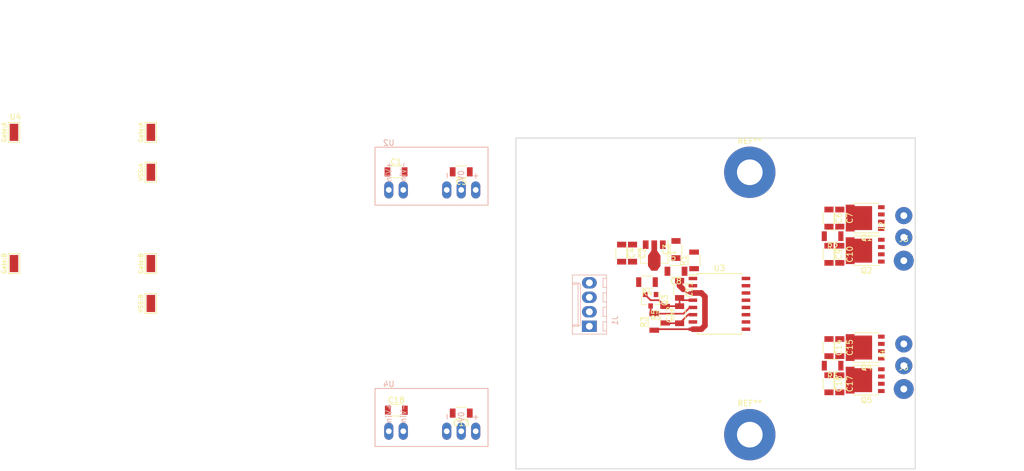
<source format=kicad_pcb>
(kicad_pcb (version 4) (host pcbnew 4.0.7)

  (general
    (links 144)
    (no_connects 81)
    (area 129.924999 59.924999 200.075001 118.075001)
    (thickness 1.6)
    (drawings 30)
    (tracks 29)
    (zones 0)
    (modules 41)
    (nets 26)
  )

  (page A4)
  (layers
    (0 F.Cu signal)
    (31 B.Cu signal)
    (32 B.Adhes user)
    (33 F.Adhes user)
    (34 B.Paste user)
    (35 F.Paste user)
    (36 B.SilkS user)
    (37 F.SilkS user)
    (38 B.Mask user)
    (39 F.Mask user)
    (40 Dwgs.User user)
    (41 Cmts.User user)
    (42 Eco1.User user)
    (43 Eco2.User user)
    (44 Edge.Cuts user)
    (45 Margin user)
    (46 B.CrtYd user)
    (47 F.CrtYd user)
    (48 B.Fab user)
    (49 F.Fab user)
  )

  (setup
    (last_trace_width 0.3)
    (user_trace_width 1)
    (trace_clearance 0.3)
    (zone_clearance 0.508)
    (zone_45_only no)
    (trace_min 0.2)
    (segment_width 0.2)
    (edge_width 0.15)
    (via_size 1.4)
    (via_drill 0.8)
    (via_min_size 1.4)
    (via_min_drill 0.8)
    (user_via 1.8 1.2)
    (uvia_size 0.3)
    (uvia_drill 0.1)
    (uvias_allowed no)
    (uvia_min_size 0.2)
    (uvia_min_drill 0.1)
    (pcb_text_width 0.3)
    (pcb_text_size 1.5 1.5)
    (mod_edge_width 0.15)
    (mod_text_size 1 1)
    (mod_text_width 0.15)
    (pad_size 1.524 1.524)
    (pad_drill 0.762)
    (pad_to_mask_clearance 0.2)
    (aux_axis_origin 0 0)
    (visible_elements 7FFFFFFF)
    (pcbplotparams
      (layerselection 0x00030_80000001)
      (usegerberextensions false)
      (excludeedgelayer true)
      (linewidth 0.100000)
      (plotframeref false)
      (viasonmask false)
      (mode 1)
      (useauxorigin false)
      (hpglpennumber 1)
      (hpglpenspeed 20)
      (hpglpendiameter 15)
      (hpglpenoverlay 2)
      (psnegative false)
      (psa4output false)
      (plotreference true)
      (plotvalue true)
      (plotinvisibletext false)
      (padsonsilk false)
      (subtractmaskfromsilk false)
      (outputformat 1)
      (mirror false)
      (drillshape 1)
      (scaleselection 1)
      (outputdirectory ""))
  )

  (net 0 "")
  (net 1 +24V)
  (net 2 GND)
  (net 3 +15V)
  (net 4 /+15V:A)
  (net 5 /-8.7V:A)
  (net 6 /VSS:A)
  (net 7 "Net-(C8-Pad1)")
  (net 8 /DT)
  (net 9 /+15V:B)
  (net 10 /-8.7V:B)
  (net 11 /VSS:B)
  (net 12 /PWM)
  (net 13 /ENABLE)
  (net 14 /Gate:A)
  (net 15 /Gate:B)
  (net 16 "Net-(Q1-Pad4)")
  (net 17 "Net-(Q3-Pad1)")
  (net 18 "Net-(Q3-Pad3)")
  (net 19 "Net-(Q4-Pad4)")
  (net 20 "Net-(R2-Pad2)")
  (net 21 "Net-(R6-Pad2)")
  (net 22 "Net-(U3-Pad2)")
  (net 23 "Net-(U3-Pad7)")
  (net 24 "Net-(U3-Pad12)")
  (net 25 "Net-(U3-Pad13)")

  (net_class Default "This is the default net class."
    (clearance 0.3)
    (trace_width 0.3)
    (via_dia 1.4)
    (via_drill 0.8)
    (uvia_dia 0.3)
    (uvia_drill 0.1)
    (add_net +15V)
    (add_net +24V)
    (add_net /+15V:A)
    (add_net /+15V:B)
    (add_net /-8.7V:A)
    (add_net /-8.7V:B)
    (add_net /DT)
    (add_net /ENABLE)
    (add_net /Gate:A)
    (add_net /Gate:B)
    (add_net /PWM)
    (add_net /VSS:A)
    (add_net /VSS:B)
    (add_net GND)
    (add_net "Net-(C8-Pad1)")
    (add_net "Net-(Q1-Pad4)")
    (add_net "Net-(Q3-Pad1)")
    (add_net "Net-(Q3-Pad3)")
    (add_net "Net-(Q4-Pad4)")
    (add_net "Net-(R2-Pad2)")
    (add_net "Net-(R6-Pad2)")
    (add_net "Net-(U3-Pad12)")
    (add_net "Net-(U3-Pad13)")
    (add_net "Net-(U3-Pad2)")
    (add_net "Net-(U3-Pad7)")
  )

  (module Resistors_SMD:R_1206 (layer F.Cu) (tedit 58E0A804) (tstamp 5ACA0EA7)
    (at 152.98 85.255 180)
    (descr "Resistor SMD 1206, reflow soldering, Vishay (see dcrcw.pdf)")
    (tags "resistor 1206")
    (path /5ACAE833)
    (attr smd)
    (fp_text reference R4 (at 0 -1.85 180) (layer F.SilkS)
      (effects (font (size 1 1) (thickness 0.15)))
    )
    (fp_text value 5k6 (at 0 1.95 180) (layer F.Fab)
      (effects (font (size 1 1) (thickness 0.15)))
    )
    (fp_text user %R (at 0 0 180) (layer F.Fab)
      (effects (font (size 0.7 0.7) (thickness 0.105)))
    )
    (fp_line (start -1.6 0.8) (end -1.6 -0.8) (layer F.Fab) (width 0.1))
    (fp_line (start 1.6 0.8) (end -1.6 0.8) (layer F.Fab) (width 0.1))
    (fp_line (start 1.6 -0.8) (end 1.6 0.8) (layer F.Fab) (width 0.1))
    (fp_line (start -1.6 -0.8) (end 1.6 -0.8) (layer F.Fab) (width 0.1))
    (fp_line (start 1 1.07) (end -1 1.07) (layer F.SilkS) (width 0.12))
    (fp_line (start -1 -1.07) (end 1 -1.07) (layer F.SilkS) (width 0.12))
    (fp_line (start -2.15 -1.11) (end 2.15 -1.11) (layer F.CrtYd) (width 0.05))
    (fp_line (start -2.15 -1.11) (end -2.15 1.1) (layer F.CrtYd) (width 0.05))
    (fp_line (start 2.15 1.1) (end 2.15 -1.11) (layer F.CrtYd) (width 0.05))
    (fp_line (start 2.15 1.1) (end -2.15 1.1) (layer F.CrtYd) (width 0.05))
    (pad 1 smd rect (at -1.45 0 180) (size 0.9 1.7) (layers F.Cu F.Paste F.Mask)
      (net 17 "Net-(Q3-Pad1)"))
    (pad 2 smd rect (at 1.45 0 180) (size 0.9 1.7) (layers F.Cu F.Paste F.Mask)
      (net 13 /ENABLE))
    (model ${KISYS3DMOD}/Resistors_SMD.3dshapes/R_1206.wrl
      (at (xyz 0 0 0))
      (scale (xyz 1 1 1))
      (rotate (xyz 0 0 0))
    )
  )

  (module TO_SOT_Packages_SMD:SOT-23 (layer F.Cu) (tedit 58CE4E7E) (tstamp 5ACA0E61)
    (at 153.615 88.43 270)
    (descr "SOT-23, Standard")
    (tags SOT-23)
    (path /5ACAE824)
    (attr smd)
    (fp_text reference Q3 (at 0 -2.5 270) (layer F.SilkS)
      (effects (font (size 1 1) (thickness 0.15)))
    )
    (fp_text value BC846A (at 0 2.5 270) (layer F.Fab)
      (effects (font (size 1 1) (thickness 0.15)))
    )
    (fp_text user %R (at 0 0 360) (layer F.Fab)
      (effects (font (size 0.5 0.5) (thickness 0.075)))
    )
    (fp_line (start -0.7 -0.95) (end -0.7 1.5) (layer F.Fab) (width 0.1))
    (fp_line (start -0.15 -1.52) (end 0.7 -1.52) (layer F.Fab) (width 0.1))
    (fp_line (start -0.7 -0.95) (end -0.15 -1.52) (layer F.Fab) (width 0.1))
    (fp_line (start 0.7 -1.52) (end 0.7 1.52) (layer F.Fab) (width 0.1))
    (fp_line (start -0.7 1.52) (end 0.7 1.52) (layer F.Fab) (width 0.1))
    (fp_line (start 0.76 1.58) (end 0.76 0.65) (layer F.SilkS) (width 0.12))
    (fp_line (start 0.76 -1.58) (end 0.76 -0.65) (layer F.SilkS) (width 0.12))
    (fp_line (start -1.7 -1.75) (end 1.7 -1.75) (layer F.CrtYd) (width 0.05))
    (fp_line (start 1.7 -1.75) (end 1.7 1.75) (layer F.CrtYd) (width 0.05))
    (fp_line (start 1.7 1.75) (end -1.7 1.75) (layer F.CrtYd) (width 0.05))
    (fp_line (start -1.7 1.75) (end -1.7 -1.75) (layer F.CrtYd) (width 0.05))
    (fp_line (start 0.76 -1.58) (end -1.4 -1.58) (layer F.SilkS) (width 0.12))
    (fp_line (start 0.76 1.58) (end -0.7 1.58) (layer F.SilkS) (width 0.12))
    (pad 1 smd rect (at -1 -0.95 270) (size 0.9 0.8) (layers F.Cu F.Paste F.Mask)
      (net 17 "Net-(Q3-Pad1)"))
    (pad 2 smd rect (at -1 0.95 270) (size 0.9 0.8) (layers F.Cu F.Paste F.Mask)
      (net 2 GND))
    (pad 3 smd rect (at 1 0 270) (size 0.9 0.8) (layers F.Cu F.Paste F.Mask)
      (net 18 "Net-(Q3-Pad3)"))
    (model ${KISYS3DMOD}/TO_SOT_Packages_SMD.3dshapes/SOT-23.wrl
      (at (xyz 0 0 0))
      (scale (xyz 1 1 1))
      (rotate (xyz 0 0 0))
    )
  )

  (module Capacitors_SMD:C_1206 (layer F.Cu) (tedit 58AA84B8) (tstamp 5ACA0DA8)
    (at 108.98 65.92)
    (descr "Capacitor SMD 1206, reflow soldering, AVX (see smccp.pdf)")
    (tags "capacitor 1206")
    (path /5ACBB2B0)
    (attr smd)
    (fp_text reference C1 (at 0 -1.75) (layer F.SilkS)
      (effects (font (size 1 1) (thickness 0.15)))
    )
    (fp_text value 100n (at 0 2) (layer F.Fab)
      (effects (font (size 1 1) (thickness 0.15)))
    )
    (fp_text user %R (at 0 -1.75) (layer F.Fab)
      (effects (font (size 1 1) (thickness 0.15)))
    )
    (fp_line (start -1.6 0.8) (end -1.6 -0.8) (layer F.Fab) (width 0.1))
    (fp_line (start 1.6 0.8) (end -1.6 0.8) (layer F.Fab) (width 0.1))
    (fp_line (start 1.6 -0.8) (end 1.6 0.8) (layer F.Fab) (width 0.1))
    (fp_line (start -1.6 -0.8) (end 1.6 -0.8) (layer F.Fab) (width 0.1))
    (fp_line (start 1 -1.02) (end -1 -1.02) (layer F.SilkS) (width 0.12))
    (fp_line (start -1 1.02) (end 1 1.02) (layer F.SilkS) (width 0.12))
    (fp_line (start -2.25 -1.05) (end 2.25 -1.05) (layer F.CrtYd) (width 0.05))
    (fp_line (start -2.25 -1.05) (end -2.25 1.05) (layer F.CrtYd) (width 0.05))
    (fp_line (start 2.25 1.05) (end 2.25 -1.05) (layer F.CrtYd) (width 0.05))
    (fp_line (start 2.25 1.05) (end -2.25 1.05) (layer F.CrtYd) (width 0.05))
    (pad 1 smd rect (at -1.5 0) (size 1 1.6) (layers F.Cu F.Paste F.Mask)
      (net 1 +24V))
    (pad 2 smd rect (at 1.5 0) (size 1 1.6) (layers F.Cu F.Paste F.Mask)
      (net 2 GND))
    (model Capacitors_SMD.3dshapes/C_1206.wrl
      (at (xyz 0 0 0))
      (scale (xyz 1 1 1))
      (rotate (xyz 0 0 0))
    )
  )

  (module Capacitors_SMD:C_1206 (layer F.Cu) (tedit 58AA84B8) (tstamp 5ACA0DAE)
    (at 150.44 80.175 270)
    (descr "Capacitor SMD 1206, reflow soldering, AVX (see smccp.pdf)")
    (tags "capacitor 1206")
    (path /5ACAE6F9)
    (attr smd)
    (fp_text reference C2 (at 0 -1.75 270) (layer F.SilkS)
      (effects (font (size 1 1) (thickness 0.15)))
    )
    (fp_text value 330n (at 0 2 270) (layer F.Fab)
      (effects (font (size 1 1) (thickness 0.15)))
    )
    (fp_text user %R (at 0 -1.75 270) (layer F.Fab)
      (effects (font (size 1 1) (thickness 0.15)))
    )
    (fp_line (start -1.6 0.8) (end -1.6 -0.8) (layer F.Fab) (width 0.1))
    (fp_line (start 1.6 0.8) (end -1.6 0.8) (layer F.Fab) (width 0.1))
    (fp_line (start 1.6 -0.8) (end 1.6 0.8) (layer F.Fab) (width 0.1))
    (fp_line (start -1.6 -0.8) (end 1.6 -0.8) (layer F.Fab) (width 0.1))
    (fp_line (start 1 -1.02) (end -1 -1.02) (layer F.SilkS) (width 0.12))
    (fp_line (start -1 1.02) (end 1 1.02) (layer F.SilkS) (width 0.12))
    (fp_line (start -2.25 -1.05) (end 2.25 -1.05) (layer F.CrtYd) (width 0.05))
    (fp_line (start -2.25 -1.05) (end -2.25 1.05) (layer F.CrtYd) (width 0.05))
    (fp_line (start 2.25 1.05) (end 2.25 -1.05) (layer F.CrtYd) (width 0.05))
    (fp_line (start 2.25 1.05) (end -2.25 1.05) (layer F.CrtYd) (width 0.05))
    (pad 1 smd rect (at -1.5 0 270) (size 1 1.6) (layers F.Cu F.Paste F.Mask)
      (net 1 +24V))
    (pad 2 smd rect (at 1.5 0 270) (size 1 1.6) (layers F.Cu F.Paste F.Mask)
      (net 2 GND))
    (model Capacitors_SMD.3dshapes/C_1206.wrl
      (at (xyz 0 0 0))
      (scale (xyz 1 1 1))
      (rotate (xyz 0 0 0))
    )
  )

  (module Capacitors_SMD:C_1206 (layer F.Cu) (tedit 58AA84B8) (tstamp 5ACA0DB4)
    (at 158.06 79.54 90)
    (descr "Capacitor SMD 1206, reflow soldering, AVX (see smccp.pdf)")
    (tags "capacitor 1206")
    (path /5ACAE6F2)
    (attr smd)
    (fp_text reference C3 (at 0 -1.75 90) (layer F.SilkS)
      (effects (font (size 1 1) (thickness 0.15)))
    )
    (fp_text value 100n (at 0 2 90) (layer F.Fab)
      (effects (font (size 1 1) (thickness 0.15)))
    )
    (fp_text user %R (at 0 -1.75 90) (layer F.Fab)
      (effects (font (size 1 1) (thickness 0.15)))
    )
    (fp_line (start -1.6 0.8) (end -1.6 -0.8) (layer F.Fab) (width 0.1))
    (fp_line (start 1.6 0.8) (end -1.6 0.8) (layer F.Fab) (width 0.1))
    (fp_line (start 1.6 -0.8) (end 1.6 0.8) (layer F.Fab) (width 0.1))
    (fp_line (start -1.6 -0.8) (end 1.6 -0.8) (layer F.Fab) (width 0.1))
    (fp_line (start 1 -1.02) (end -1 -1.02) (layer F.SilkS) (width 0.12))
    (fp_line (start -1 1.02) (end 1 1.02) (layer F.SilkS) (width 0.12))
    (fp_line (start -2.25 -1.05) (end 2.25 -1.05) (layer F.CrtYd) (width 0.05))
    (fp_line (start -2.25 -1.05) (end -2.25 1.05) (layer F.CrtYd) (width 0.05))
    (fp_line (start 2.25 1.05) (end 2.25 -1.05) (layer F.CrtYd) (width 0.05))
    (fp_line (start 2.25 1.05) (end -2.25 1.05) (layer F.CrtYd) (width 0.05))
    (pad 1 smd rect (at -1.5 0 90) (size 1 1.6) (layers F.Cu F.Paste F.Mask)
      (net 3 +15V))
    (pad 2 smd rect (at 1.5 0 90) (size 1 1.6) (layers F.Cu F.Paste F.Mask)
      (net 2 GND))
    (model Capacitors_SMD.3dshapes/C_1206.wrl
      (at (xyz 0 0 0))
      (scale (xyz 1 1 1))
      (rotate (xyz 0 0 0))
    )
  )

  (module Capacitors_SMD:C_1206 (layer F.Cu) (tedit 58AA84B8) (tstamp 5ACA0DBA)
    (at 148.535 80.175 270)
    (descr "Capacitor SMD 1206, reflow soldering, AVX (see smccp.pdf)")
    (tags "capacitor 1206")
    (path /5ACAE706)
    (attr smd)
    (fp_text reference C4 (at 0 -1.75 270) (layer F.SilkS)
      (effects (font (size 1 1) (thickness 0.15)))
    )
    (fp_text value 10u (at 0 2 270) (layer F.Fab)
      (effects (font (size 1 1) (thickness 0.15)))
    )
    (fp_text user %R (at 0 -1.75 270) (layer F.Fab)
      (effects (font (size 1 1) (thickness 0.15)))
    )
    (fp_line (start -1.6 0.8) (end -1.6 -0.8) (layer F.Fab) (width 0.1))
    (fp_line (start 1.6 0.8) (end -1.6 0.8) (layer F.Fab) (width 0.1))
    (fp_line (start 1.6 -0.8) (end 1.6 0.8) (layer F.Fab) (width 0.1))
    (fp_line (start -1.6 -0.8) (end 1.6 -0.8) (layer F.Fab) (width 0.1))
    (fp_line (start 1 -1.02) (end -1 -1.02) (layer F.SilkS) (width 0.12))
    (fp_line (start -1 1.02) (end 1 1.02) (layer F.SilkS) (width 0.12))
    (fp_line (start -2.25 -1.05) (end 2.25 -1.05) (layer F.CrtYd) (width 0.05))
    (fp_line (start -2.25 -1.05) (end -2.25 1.05) (layer F.CrtYd) (width 0.05))
    (fp_line (start 2.25 1.05) (end 2.25 -1.05) (layer F.CrtYd) (width 0.05))
    (fp_line (start 2.25 1.05) (end -2.25 1.05) (layer F.CrtYd) (width 0.05))
    (pad 1 smd rect (at -1.5 0 270) (size 1 1.6) (layers F.Cu F.Paste F.Mask)
      (net 1 +24V))
    (pad 2 smd rect (at 1.5 0 270) (size 1 1.6) (layers F.Cu F.Paste F.Mask)
      (net 2 GND))
    (model Capacitors_SMD.3dshapes/C_1206.wrl
      (at (xyz 0 0 0))
      (scale (xyz 1 1 1))
      (rotate (xyz 0 0 0))
    )
  )

  (module Capacitors_SMD:C_1206 (layer F.Cu) (tedit 58AA84B8) (tstamp 5ACA0DC0)
    (at 120.41 65.92 180)
    (descr "Capacitor SMD 1206, reflow soldering, AVX (see smccp.pdf)")
    (tags "capacitor 1206")
    (path /5ACBD53E)
    (attr smd)
    (fp_text reference C5 (at 0 -1.75 180) (layer F.SilkS)
      (effects (font (size 1 1) (thickness 0.15)))
    )
    (fp_text value 10u (at 0 2 180) (layer F.Fab)
      (effects (font (size 1 1) (thickness 0.15)))
    )
    (fp_text user %R (at 0 -1.75 180) (layer F.Fab)
      (effects (font (size 1 1) (thickness 0.15)))
    )
    (fp_line (start -1.6 0.8) (end -1.6 -0.8) (layer F.Fab) (width 0.1))
    (fp_line (start 1.6 0.8) (end -1.6 0.8) (layer F.Fab) (width 0.1))
    (fp_line (start 1.6 -0.8) (end 1.6 0.8) (layer F.Fab) (width 0.1))
    (fp_line (start -1.6 -0.8) (end 1.6 -0.8) (layer F.Fab) (width 0.1))
    (fp_line (start 1 -1.02) (end -1 -1.02) (layer F.SilkS) (width 0.12))
    (fp_line (start -1 1.02) (end 1 1.02) (layer F.SilkS) (width 0.12))
    (fp_line (start -2.25 -1.05) (end 2.25 -1.05) (layer F.CrtYd) (width 0.05))
    (fp_line (start -2.25 -1.05) (end -2.25 1.05) (layer F.CrtYd) (width 0.05))
    (fp_line (start 2.25 1.05) (end 2.25 -1.05) (layer F.CrtYd) (width 0.05))
    (fp_line (start 2.25 1.05) (end -2.25 1.05) (layer F.CrtYd) (width 0.05))
    (pad 1 smd rect (at -1.5 0 180) (size 1 1.6) (layers F.Cu F.Paste F.Mask)
      (net 4 /+15V:A))
    (pad 2 smd rect (at 1.5 0 180) (size 1 1.6) (layers F.Cu F.Paste F.Mask)
      (net 5 /-8.7V:A))
    (model Capacitors_SMD.3dshapes/C_1206.wrl
      (at (xyz 0 0 0))
      (scale (xyz 1 1 1))
      (rotate (xyz 0 0 0))
    )
  )

  (module Capacitors_SMD:C_1206 (layer F.Cu) (tedit 58AA84B8) (tstamp 5ACA0DC6)
    (at 184.88 74.03 270)
    (descr "Capacitor SMD 1206, reflow soldering, AVX (see smccp.pdf)")
    (tags "capacitor 1206")
    (path /5ACBD526)
    (attr smd)
    (fp_text reference C6 (at 0 -1.75 270) (layer F.SilkS)
      (effects (font (size 1 1) (thickness 0.15)))
    )
    (fp_text value 4.7u (at 0 2 270) (layer F.Fab)
      (effects (font (size 1 1) (thickness 0.15)))
    )
    (fp_text user %R (at 0 -1.75 270) (layer F.Fab)
      (effects (font (size 1 1) (thickness 0.15)))
    )
    (fp_line (start -1.6 0.8) (end -1.6 -0.8) (layer F.Fab) (width 0.1))
    (fp_line (start 1.6 0.8) (end -1.6 0.8) (layer F.Fab) (width 0.1))
    (fp_line (start 1.6 -0.8) (end 1.6 0.8) (layer F.Fab) (width 0.1))
    (fp_line (start -1.6 -0.8) (end 1.6 -0.8) (layer F.Fab) (width 0.1))
    (fp_line (start 1 -1.02) (end -1 -1.02) (layer F.SilkS) (width 0.12))
    (fp_line (start -1 1.02) (end 1 1.02) (layer F.SilkS) (width 0.12))
    (fp_line (start -2.25 -1.05) (end 2.25 -1.05) (layer F.CrtYd) (width 0.05))
    (fp_line (start -2.25 -1.05) (end -2.25 1.05) (layer F.CrtYd) (width 0.05))
    (fp_line (start 2.25 1.05) (end 2.25 -1.05) (layer F.CrtYd) (width 0.05))
    (fp_line (start 2.25 1.05) (end -2.25 1.05) (layer F.CrtYd) (width 0.05))
    (pad 1 smd rect (at -1.5 0 270) (size 1 1.6) (layers F.Cu F.Paste F.Mask)
      (net 4 /+15V:A))
    (pad 2 smd rect (at 1.5 0 270) (size 1 1.6) (layers F.Cu F.Paste F.Mask)
      (net 6 /VSS:A))
    (model Capacitors_SMD.3dshapes/C_1206.wrl
      (at (xyz 0 0 0))
      (scale (xyz 1 1 1))
      (rotate (xyz 0 0 0))
    )
  )

  (module Capacitors_SMD:C_1206 (layer F.Cu) (tedit 58AA84B8) (tstamp 5ACA0DCC)
    (at 186.785 74.03 270)
    (descr "Capacitor SMD 1206, reflow soldering, AVX (see smccp.pdf)")
    (tags "capacitor 1206")
    (path /5ACBD52C)
    (attr smd)
    (fp_text reference C7 (at 0 -1.75 270) (layer F.SilkS)
      (effects (font (size 1 1) (thickness 0.15)))
    )
    (fp_text value 100n (at 0 2 270) (layer F.Fab)
      (effects (font (size 1 1) (thickness 0.15)))
    )
    (fp_text user %R (at 0 -1.75 270) (layer F.Fab)
      (effects (font (size 1 1) (thickness 0.15)))
    )
    (fp_line (start -1.6 0.8) (end -1.6 -0.8) (layer F.Fab) (width 0.1))
    (fp_line (start 1.6 0.8) (end -1.6 0.8) (layer F.Fab) (width 0.1))
    (fp_line (start 1.6 -0.8) (end 1.6 0.8) (layer F.Fab) (width 0.1))
    (fp_line (start -1.6 -0.8) (end 1.6 -0.8) (layer F.Fab) (width 0.1))
    (fp_line (start 1 -1.02) (end -1 -1.02) (layer F.SilkS) (width 0.12))
    (fp_line (start -1 1.02) (end 1 1.02) (layer F.SilkS) (width 0.12))
    (fp_line (start -2.25 -1.05) (end 2.25 -1.05) (layer F.CrtYd) (width 0.05))
    (fp_line (start -2.25 -1.05) (end -2.25 1.05) (layer F.CrtYd) (width 0.05))
    (fp_line (start 2.25 1.05) (end 2.25 -1.05) (layer F.CrtYd) (width 0.05))
    (fp_line (start 2.25 1.05) (end -2.25 1.05) (layer F.CrtYd) (width 0.05))
    (pad 1 smd rect (at -1.5 0 270) (size 1 1.6) (layers F.Cu F.Paste F.Mask)
      (net 4 /+15V:A))
    (pad 2 smd rect (at 1.5 0 270) (size 1 1.6) (layers F.Cu F.Paste F.Mask)
      (net 6 /VSS:A))
    (model Capacitors_SMD.3dshapes/C_1206.wrl
      (at (xyz 0 0 0))
      (scale (xyz 1 1 1))
      (rotate (xyz 0 0 0))
    )
  )

  (module Capacitors_SMD:C_1206 (layer F.Cu) (tedit 58AA84B8) (tstamp 5ACA0DD2)
    (at 158.06 83.35 180)
    (descr "Capacitor SMD 1206, reflow soldering, AVX (see smccp.pdf)")
    (tags "capacitor 1206")
    (path /5ACAE72D)
    (attr smd)
    (fp_text reference C8 (at 0 -1.75 180) (layer F.SilkS)
      (effects (font (size 1 1) (thickness 0.15)))
    )
    (fp_text value 33p (at 0 2 180) (layer F.Fab)
      (effects (font (size 1 1) (thickness 0.15)))
    )
    (fp_text user %R (at 0 -1.75 180) (layer F.Fab)
      (effects (font (size 1 1) (thickness 0.15)))
    )
    (fp_line (start -1.6 0.8) (end -1.6 -0.8) (layer F.Fab) (width 0.1))
    (fp_line (start 1.6 0.8) (end -1.6 0.8) (layer F.Fab) (width 0.1))
    (fp_line (start 1.6 -0.8) (end 1.6 0.8) (layer F.Fab) (width 0.1))
    (fp_line (start -1.6 -0.8) (end 1.6 -0.8) (layer F.Fab) (width 0.1))
    (fp_line (start 1 -1.02) (end -1 -1.02) (layer F.SilkS) (width 0.12))
    (fp_line (start -1 1.02) (end 1 1.02) (layer F.SilkS) (width 0.12))
    (fp_line (start -2.25 -1.05) (end 2.25 -1.05) (layer F.CrtYd) (width 0.05))
    (fp_line (start -2.25 -1.05) (end -2.25 1.05) (layer F.CrtYd) (width 0.05))
    (fp_line (start 2.25 1.05) (end 2.25 -1.05) (layer F.CrtYd) (width 0.05))
    (fp_line (start 2.25 1.05) (end -2.25 1.05) (layer F.CrtYd) (width 0.05))
    (pad 1 smd rect (at -1.5 0 180) (size 1 1.6) (layers F.Cu F.Paste F.Mask)
      (net 7 "Net-(C8-Pad1)"))
    (pad 2 smd rect (at 1.5 0 180) (size 1 1.6) (layers F.Cu F.Paste F.Mask)
      (net 2 GND))
    (model Capacitors_SMD.3dshapes/C_1206.wrl
      (at (xyz 0 0 0))
      (scale (xyz 1 1 1))
      (rotate (xyz 0 0 0))
    )
  )

  (module Capacitors_SMD:C_1206 (layer F.Cu) (tedit 58AA84B8) (tstamp 5ACA0DD8)
    (at 184.88 80.38 270)
    (descr "Capacitor SMD 1206, reflow soldering, AVX (see smccp.pdf)")
    (tags "capacitor 1206")
    (path /5ACBD532)
    (attr smd)
    (fp_text reference C9 (at 0 -1.75 270) (layer F.SilkS)
      (effects (font (size 1 1) (thickness 0.15)))
    )
    (fp_text value 4.7u (at 0 2 270) (layer F.Fab)
      (effects (font (size 1 1) (thickness 0.15)))
    )
    (fp_text user %R (at 0 -1.75 270) (layer F.Fab)
      (effects (font (size 1 1) (thickness 0.15)))
    )
    (fp_line (start -1.6 0.8) (end -1.6 -0.8) (layer F.Fab) (width 0.1))
    (fp_line (start 1.6 0.8) (end -1.6 0.8) (layer F.Fab) (width 0.1))
    (fp_line (start 1.6 -0.8) (end 1.6 0.8) (layer F.Fab) (width 0.1))
    (fp_line (start -1.6 -0.8) (end 1.6 -0.8) (layer F.Fab) (width 0.1))
    (fp_line (start 1 -1.02) (end -1 -1.02) (layer F.SilkS) (width 0.12))
    (fp_line (start -1 1.02) (end 1 1.02) (layer F.SilkS) (width 0.12))
    (fp_line (start -2.25 -1.05) (end 2.25 -1.05) (layer F.CrtYd) (width 0.05))
    (fp_line (start -2.25 -1.05) (end -2.25 1.05) (layer F.CrtYd) (width 0.05))
    (fp_line (start 2.25 1.05) (end 2.25 -1.05) (layer F.CrtYd) (width 0.05))
    (fp_line (start 2.25 1.05) (end -2.25 1.05) (layer F.CrtYd) (width 0.05))
    (pad 1 smd rect (at -1.5 0 270) (size 1 1.6) (layers F.Cu F.Paste F.Mask)
      (net 6 /VSS:A))
    (pad 2 smd rect (at 1.5 0 270) (size 1 1.6) (layers F.Cu F.Paste F.Mask)
      (net 5 /-8.7V:A))
    (model Capacitors_SMD.3dshapes/C_1206.wrl
      (at (xyz 0 0 0))
      (scale (xyz 1 1 1))
      (rotate (xyz 0 0 0))
    )
  )

  (module Capacitors_SMD:C_1206 (layer F.Cu) (tedit 58AA84B8) (tstamp 5ACA0DDE)
    (at 186.785 80.38 270)
    (descr "Capacitor SMD 1206, reflow soldering, AVX (see smccp.pdf)")
    (tags "capacitor 1206")
    (path /5ACBD538)
    (attr smd)
    (fp_text reference C10 (at 0 -1.75 270) (layer F.SilkS)
      (effects (font (size 1 1) (thickness 0.15)))
    )
    (fp_text value 100n (at 0 2 270) (layer F.Fab)
      (effects (font (size 1 1) (thickness 0.15)))
    )
    (fp_text user %R (at 0 -1.75 270) (layer F.Fab)
      (effects (font (size 1 1) (thickness 0.15)))
    )
    (fp_line (start -1.6 0.8) (end -1.6 -0.8) (layer F.Fab) (width 0.1))
    (fp_line (start 1.6 0.8) (end -1.6 0.8) (layer F.Fab) (width 0.1))
    (fp_line (start 1.6 -0.8) (end 1.6 0.8) (layer F.Fab) (width 0.1))
    (fp_line (start -1.6 -0.8) (end 1.6 -0.8) (layer F.Fab) (width 0.1))
    (fp_line (start 1 -1.02) (end -1 -1.02) (layer F.SilkS) (width 0.12))
    (fp_line (start -1 1.02) (end 1 1.02) (layer F.SilkS) (width 0.12))
    (fp_line (start -2.25 -1.05) (end 2.25 -1.05) (layer F.CrtYd) (width 0.05))
    (fp_line (start -2.25 -1.05) (end -2.25 1.05) (layer F.CrtYd) (width 0.05))
    (fp_line (start 2.25 1.05) (end 2.25 -1.05) (layer F.CrtYd) (width 0.05))
    (fp_line (start 2.25 1.05) (end -2.25 1.05) (layer F.CrtYd) (width 0.05))
    (pad 1 smd rect (at -1.5 0 270) (size 1 1.6) (layers F.Cu F.Paste F.Mask)
      (net 6 /VSS:A))
    (pad 2 smd rect (at 1.5 0 270) (size 1 1.6) (layers F.Cu F.Paste F.Mask)
      (net 5 /-8.7V:A))
    (model Capacitors_SMD.3dshapes/C_1206.wrl
      (at (xyz 0 0 0))
      (scale (xyz 1 1 1))
      (rotate (xyz 0 0 0))
    )
  )

  (module Capacitors_SMD:C_1206 (layer F.Cu) (tedit 58AA84B8) (tstamp 5ACA0DE4)
    (at 158.695 86.525 270)
    (descr "Capacitor SMD 1206, reflow soldering, AVX (see smccp.pdf)")
    (tags "capacitor 1206")
    (path /5ACAE5C1)
    (attr smd)
    (fp_text reference C11 (at 0 -1.75 270) (layer F.SilkS)
      (effects (font (size 1 1) (thickness 0.15)))
    )
    (fp_text value 100n (at 0 2 270) (layer F.Fab)
      (effects (font (size 1 1) (thickness 0.15)))
    )
    (fp_text user %R (at 0 -1.75 270) (layer F.Fab)
      (effects (font (size 1 1) (thickness 0.15)))
    )
    (fp_line (start -1.6 0.8) (end -1.6 -0.8) (layer F.Fab) (width 0.1))
    (fp_line (start 1.6 0.8) (end -1.6 0.8) (layer F.Fab) (width 0.1))
    (fp_line (start 1.6 -0.8) (end 1.6 0.8) (layer F.Fab) (width 0.1))
    (fp_line (start -1.6 -0.8) (end 1.6 -0.8) (layer F.Fab) (width 0.1))
    (fp_line (start 1 -1.02) (end -1 -1.02) (layer F.SilkS) (width 0.12))
    (fp_line (start -1 1.02) (end 1 1.02) (layer F.SilkS) (width 0.12))
    (fp_line (start -2.25 -1.05) (end 2.25 -1.05) (layer F.CrtYd) (width 0.05))
    (fp_line (start -2.25 -1.05) (end -2.25 1.05) (layer F.CrtYd) (width 0.05))
    (fp_line (start 2.25 1.05) (end 2.25 -1.05) (layer F.CrtYd) (width 0.05))
    (fp_line (start 2.25 1.05) (end -2.25 1.05) (layer F.CrtYd) (width 0.05))
    (pad 1 smd rect (at -1.5 0 270) (size 1 1.6) (layers F.Cu F.Paste F.Mask)
      (net 3 +15V))
    (pad 2 smd rect (at 1.5 0 270) (size 1 1.6) (layers F.Cu F.Paste F.Mask)
      (net 2 GND))
    (model Capacitors_SMD.3dshapes/C_1206.wrl
      (at (xyz 0 0 0))
      (scale (xyz 1 1 1))
      (rotate (xyz 0 0 0))
    )
  )

  (module Capacitors_SMD:C_1206 (layer F.Cu) (tedit 58AA84B8) (tstamp 5ACA0DEA)
    (at 158.695 90.97 90)
    (descr "Capacitor SMD 1206, reflow soldering, AVX (see smccp.pdf)")
    (tags "capacitor 1206")
    (path /5ACAE5A7)
    (attr smd)
    (fp_text reference C12 (at 0 -1.75 90) (layer F.SilkS)
      (effects (font (size 1 1) (thickness 0.15)))
    )
    (fp_text value 2.2n (at 0 2 90) (layer F.Fab)
      (effects (font (size 1 1) (thickness 0.15)))
    )
    (fp_text user %R (at 0 -1.75 90) (layer F.Fab)
      (effects (font (size 1 1) (thickness 0.15)))
    )
    (fp_line (start -1.6 0.8) (end -1.6 -0.8) (layer F.Fab) (width 0.1))
    (fp_line (start 1.6 0.8) (end -1.6 0.8) (layer F.Fab) (width 0.1))
    (fp_line (start 1.6 -0.8) (end 1.6 0.8) (layer F.Fab) (width 0.1))
    (fp_line (start -1.6 -0.8) (end 1.6 -0.8) (layer F.Fab) (width 0.1))
    (fp_line (start 1 -1.02) (end -1 -1.02) (layer F.SilkS) (width 0.12))
    (fp_line (start -1 1.02) (end 1 1.02) (layer F.SilkS) (width 0.12))
    (fp_line (start -2.25 -1.05) (end 2.25 -1.05) (layer F.CrtYd) (width 0.05))
    (fp_line (start -2.25 -1.05) (end -2.25 1.05) (layer F.CrtYd) (width 0.05))
    (fp_line (start 2.25 1.05) (end 2.25 -1.05) (layer F.CrtYd) (width 0.05))
    (fp_line (start 2.25 1.05) (end -2.25 1.05) (layer F.CrtYd) (width 0.05))
    (pad 1 smd rect (at -1.5 0 90) (size 1 1.6) (layers F.Cu F.Paste F.Mask)
      (net 8 /DT))
    (pad 2 smd rect (at 1.5 0 90) (size 1 1.6) (layers F.Cu F.Paste F.Mask)
      (net 2 GND))
    (model Capacitors_SMD.3dshapes/C_1206.wrl
      (at (xyz 0 0 0))
      (scale (xyz 1 1 1))
      (rotate (xyz 0 0 0))
    )
  )

  (module Capacitors_SMD:C_1206 (layer F.Cu) (tedit 58AA84B8) (tstamp 5ACA0DF0)
    (at 120.41 108.225 180)
    (descr "Capacitor SMD 1206, reflow soldering, AVX (see smccp.pdf)")
    (tags "capacitor 1206")
    (path /5ACAE65D)
    (attr smd)
    (fp_text reference C13 (at 0 -1.75 180) (layer F.SilkS)
      (effects (font (size 1 1) (thickness 0.15)))
    )
    (fp_text value 10u (at 0 2 180) (layer F.Fab)
      (effects (font (size 1 1) (thickness 0.15)))
    )
    (fp_text user %R (at 0 -1.75 180) (layer F.Fab)
      (effects (font (size 1 1) (thickness 0.15)))
    )
    (fp_line (start -1.6 0.8) (end -1.6 -0.8) (layer F.Fab) (width 0.1))
    (fp_line (start 1.6 0.8) (end -1.6 0.8) (layer F.Fab) (width 0.1))
    (fp_line (start 1.6 -0.8) (end 1.6 0.8) (layer F.Fab) (width 0.1))
    (fp_line (start -1.6 -0.8) (end 1.6 -0.8) (layer F.Fab) (width 0.1))
    (fp_line (start 1 -1.02) (end -1 -1.02) (layer F.SilkS) (width 0.12))
    (fp_line (start -1 1.02) (end 1 1.02) (layer F.SilkS) (width 0.12))
    (fp_line (start -2.25 -1.05) (end 2.25 -1.05) (layer F.CrtYd) (width 0.05))
    (fp_line (start -2.25 -1.05) (end -2.25 1.05) (layer F.CrtYd) (width 0.05))
    (fp_line (start 2.25 1.05) (end 2.25 -1.05) (layer F.CrtYd) (width 0.05))
    (fp_line (start 2.25 1.05) (end -2.25 1.05) (layer F.CrtYd) (width 0.05))
    (pad 1 smd rect (at -1.5 0 180) (size 1 1.6) (layers F.Cu F.Paste F.Mask)
      (net 9 /+15V:B))
    (pad 2 smd rect (at 1.5 0 180) (size 1 1.6) (layers F.Cu F.Paste F.Mask)
      (net 10 /-8.7V:B))
    (model Capacitors_SMD.3dshapes/C_1206.wrl
      (at (xyz 0 0 0))
      (scale (xyz 1 1 1))
      (rotate (xyz 0 0 0))
    )
  )

  (module Capacitors_SMD:C_1206 (layer F.Cu) (tedit 58AA84B8) (tstamp 5ACA0DF6)
    (at 184.88 96.73 270)
    (descr "Capacitor SMD 1206, reflow soldering, AVX (see smccp.pdf)")
    (tags "capacitor 1206")
    (path /5ACAE641)
    (attr smd)
    (fp_text reference C14 (at 0 -1.75 270) (layer F.SilkS)
      (effects (font (size 1 1) (thickness 0.15)))
    )
    (fp_text value 4.7u (at 0 2 270) (layer F.Fab)
      (effects (font (size 1 1) (thickness 0.15)))
    )
    (fp_text user %R (at 0 -1.75 270) (layer F.Fab)
      (effects (font (size 1 1) (thickness 0.15)))
    )
    (fp_line (start -1.6 0.8) (end -1.6 -0.8) (layer F.Fab) (width 0.1))
    (fp_line (start 1.6 0.8) (end -1.6 0.8) (layer F.Fab) (width 0.1))
    (fp_line (start 1.6 -0.8) (end 1.6 0.8) (layer F.Fab) (width 0.1))
    (fp_line (start -1.6 -0.8) (end 1.6 -0.8) (layer F.Fab) (width 0.1))
    (fp_line (start 1 -1.02) (end -1 -1.02) (layer F.SilkS) (width 0.12))
    (fp_line (start -1 1.02) (end 1 1.02) (layer F.SilkS) (width 0.12))
    (fp_line (start -2.25 -1.05) (end 2.25 -1.05) (layer F.CrtYd) (width 0.05))
    (fp_line (start -2.25 -1.05) (end -2.25 1.05) (layer F.CrtYd) (width 0.05))
    (fp_line (start 2.25 1.05) (end 2.25 -1.05) (layer F.CrtYd) (width 0.05))
    (fp_line (start 2.25 1.05) (end -2.25 1.05) (layer F.CrtYd) (width 0.05))
    (pad 1 smd rect (at -1.5 0 270) (size 1 1.6) (layers F.Cu F.Paste F.Mask)
      (net 9 /+15V:B))
    (pad 2 smd rect (at 1.5 0 270) (size 1 1.6) (layers F.Cu F.Paste F.Mask)
      (net 11 /VSS:B))
    (model Capacitors_SMD.3dshapes/C_1206.wrl
      (at (xyz 0 0 0))
      (scale (xyz 1 1 1))
      (rotate (xyz 0 0 0))
    )
  )

  (module Capacitors_SMD:C_1206 (layer F.Cu) (tedit 58AA84B8) (tstamp 5ACA0DFC)
    (at 186.785 96.73 270)
    (descr "Capacitor SMD 1206, reflow soldering, AVX (see smccp.pdf)")
    (tags "capacitor 1206")
    (path /5ACAE648)
    (attr smd)
    (fp_text reference C15 (at 0 -1.75 270) (layer F.SilkS)
      (effects (font (size 1 1) (thickness 0.15)))
    )
    (fp_text value 100n (at 0 2 270) (layer F.Fab)
      (effects (font (size 1 1) (thickness 0.15)))
    )
    (fp_text user %R (at 0 -1.75 270) (layer F.Fab)
      (effects (font (size 1 1) (thickness 0.15)))
    )
    (fp_line (start -1.6 0.8) (end -1.6 -0.8) (layer F.Fab) (width 0.1))
    (fp_line (start 1.6 0.8) (end -1.6 0.8) (layer F.Fab) (width 0.1))
    (fp_line (start 1.6 -0.8) (end 1.6 0.8) (layer F.Fab) (width 0.1))
    (fp_line (start -1.6 -0.8) (end 1.6 -0.8) (layer F.Fab) (width 0.1))
    (fp_line (start 1 -1.02) (end -1 -1.02) (layer F.SilkS) (width 0.12))
    (fp_line (start -1 1.02) (end 1 1.02) (layer F.SilkS) (width 0.12))
    (fp_line (start -2.25 -1.05) (end 2.25 -1.05) (layer F.CrtYd) (width 0.05))
    (fp_line (start -2.25 -1.05) (end -2.25 1.05) (layer F.CrtYd) (width 0.05))
    (fp_line (start 2.25 1.05) (end 2.25 -1.05) (layer F.CrtYd) (width 0.05))
    (fp_line (start 2.25 1.05) (end -2.25 1.05) (layer F.CrtYd) (width 0.05))
    (pad 1 smd rect (at -1.5 0 270) (size 1 1.6) (layers F.Cu F.Paste F.Mask)
      (net 9 /+15V:B))
    (pad 2 smd rect (at 1.5 0 270) (size 1 1.6) (layers F.Cu F.Paste F.Mask)
      (net 11 /VSS:B))
    (model Capacitors_SMD.3dshapes/C_1206.wrl
      (at (xyz 0 0 0))
      (scale (xyz 1 1 1))
      (rotate (xyz 0 0 0))
    )
  )

  (module Capacitors_SMD:C_1206 (layer F.Cu) (tedit 58AA84B8) (tstamp 5ACA0E02)
    (at 184.88 103.08 270)
    (descr "Capacitor SMD 1206, reflow soldering, AVX (see smccp.pdf)")
    (tags "capacitor 1206")
    (path /5ACAE64F)
    (attr smd)
    (fp_text reference C16 (at 0 -1.75 270) (layer F.SilkS)
      (effects (font (size 1 1) (thickness 0.15)))
    )
    (fp_text value 4.7u (at 0 2 270) (layer F.Fab)
      (effects (font (size 1 1) (thickness 0.15)))
    )
    (fp_text user %R (at 0 -1.75 270) (layer F.Fab)
      (effects (font (size 1 1) (thickness 0.15)))
    )
    (fp_line (start -1.6 0.8) (end -1.6 -0.8) (layer F.Fab) (width 0.1))
    (fp_line (start 1.6 0.8) (end -1.6 0.8) (layer F.Fab) (width 0.1))
    (fp_line (start 1.6 -0.8) (end 1.6 0.8) (layer F.Fab) (width 0.1))
    (fp_line (start -1.6 -0.8) (end 1.6 -0.8) (layer F.Fab) (width 0.1))
    (fp_line (start 1 -1.02) (end -1 -1.02) (layer F.SilkS) (width 0.12))
    (fp_line (start -1 1.02) (end 1 1.02) (layer F.SilkS) (width 0.12))
    (fp_line (start -2.25 -1.05) (end 2.25 -1.05) (layer F.CrtYd) (width 0.05))
    (fp_line (start -2.25 -1.05) (end -2.25 1.05) (layer F.CrtYd) (width 0.05))
    (fp_line (start 2.25 1.05) (end 2.25 -1.05) (layer F.CrtYd) (width 0.05))
    (fp_line (start 2.25 1.05) (end -2.25 1.05) (layer F.CrtYd) (width 0.05))
    (pad 1 smd rect (at -1.5 0 270) (size 1 1.6) (layers F.Cu F.Paste F.Mask)
      (net 11 /VSS:B))
    (pad 2 smd rect (at 1.5 0 270) (size 1 1.6) (layers F.Cu F.Paste F.Mask)
      (net 10 /-8.7V:B))
    (model Capacitors_SMD.3dshapes/C_1206.wrl
      (at (xyz 0 0 0))
      (scale (xyz 1 1 1))
      (rotate (xyz 0 0 0))
    )
  )

  (module Capacitors_SMD:C_1206 (layer F.Cu) (tedit 58AA84B8) (tstamp 5ACA0E08)
    (at 186.785 103.08 270)
    (descr "Capacitor SMD 1206, reflow soldering, AVX (see smccp.pdf)")
    (tags "capacitor 1206")
    (path /5ACAE656)
    (attr smd)
    (fp_text reference C17 (at 0 -1.75 270) (layer F.SilkS)
      (effects (font (size 1 1) (thickness 0.15)))
    )
    (fp_text value 100n (at 0 2 270) (layer F.Fab)
      (effects (font (size 1 1) (thickness 0.15)))
    )
    (fp_text user %R (at 0 -1.75 270) (layer F.Fab)
      (effects (font (size 1 1) (thickness 0.15)))
    )
    (fp_line (start -1.6 0.8) (end -1.6 -0.8) (layer F.Fab) (width 0.1))
    (fp_line (start 1.6 0.8) (end -1.6 0.8) (layer F.Fab) (width 0.1))
    (fp_line (start 1.6 -0.8) (end 1.6 0.8) (layer F.Fab) (width 0.1))
    (fp_line (start -1.6 -0.8) (end 1.6 -0.8) (layer F.Fab) (width 0.1))
    (fp_line (start 1 -1.02) (end -1 -1.02) (layer F.SilkS) (width 0.12))
    (fp_line (start -1 1.02) (end 1 1.02) (layer F.SilkS) (width 0.12))
    (fp_line (start -2.25 -1.05) (end 2.25 -1.05) (layer F.CrtYd) (width 0.05))
    (fp_line (start -2.25 -1.05) (end -2.25 1.05) (layer F.CrtYd) (width 0.05))
    (fp_line (start 2.25 1.05) (end 2.25 -1.05) (layer F.CrtYd) (width 0.05))
    (fp_line (start 2.25 1.05) (end -2.25 1.05) (layer F.CrtYd) (width 0.05))
    (pad 1 smd rect (at -1.5 0 270) (size 1 1.6) (layers F.Cu F.Paste F.Mask)
      (net 11 /VSS:B))
    (pad 2 smd rect (at 1.5 0 270) (size 1 1.6) (layers F.Cu F.Paste F.Mask)
      (net 10 /-8.7V:B))
    (model Capacitors_SMD.3dshapes/C_1206.wrl
      (at (xyz 0 0 0))
      (scale (xyz 1 1 1))
      (rotate (xyz 0 0 0))
    )
  )

  (module Capacitors_SMD:C_1206 (layer F.Cu) (tedit 58AA84B8) (tstamp 5ACA0E0E)
    (at 109.035 107.715)
    (descr "Capacitor SMD 1206, reflow soldering, AVX (see smccp.pdf)")
    (tags "capacitor 1206")
    (path /5ACAE6CE)
    (attr smd)
    (fp_text reference C18 (at 0 -1.75) (layer F.SilkS)
      (effects (font (size 1 1) (thickness 0.15)))
    )
    (fp_text value 100n (at 0 2) (layer F.Fab)
      (effects (font (size 1 1) (thickness 0.15)))
    )
    (fp_text user %R (at 0 -1.75) (layer F.Fab)
      (effects (font (size 1 1) (thickness 0.15)))
    )
    (fp_line (start -1.6 0.8) (end -1.6 -0.8) (layer F.Fab) (width 0.1))
    (fp_line (start 1.6 0.8) (end -1.6 0.8) (layer F.Fab) (width 0.1))
    (fp_line (start 1.6 -0.8) (end 1.6 0.8) (layer F.Fab) (width 0.1))
    (fp_line (start -1.6 -0.8) (end 1.6 -0.8) (layer F.Fab) (width 0.1))
    (fp_line (start 1 -1.02) (end -1 -1.02) (layer F.SilkS) (width 0.12))
    (fp_line (start -1 1.02) (end 1 1.02) (layer F.SilkS) (width 0.12))
    (fp_line (start -2.25 -1.05) (end 2.25 -1.05) (layer F.CrtYd) (width 0.05))
    (fp_line (start -2.25 -1.05) (end -2.25 1.05) (layer F.CrtYd) (width 0.05))
    (fp_line (start 2.25 1.05) (end 2.25 -1.05) (layer F.CrtYd) (width 0.05))
    (fp_line (start 2.25 1.05) (end -2.25 1.05) (layer F.CrtYd) (width 0.05))
    (pad 1 smd rect (at -1.5 0) (size 1 1.6) (layers F.Cu F.Paste F.Mask)
      (net 1 +24V))
    (pad 2 smd rect (at 1.5 0) (size 1 1.6) (layers F.Cu F.Paste F.Mask)
      (net 2 GND))
    (model Capacitors_SMD.3dshapes/C_1206.wrl
      (at (xyz 0 0 0))
      (scale (xyz 1 1 1))
      (rotate (xyz 0 0 0))
    )
  )

  (module Wire_Pads:SolderWirePad_2x_1-2mmDrill (layer F.Cu) (tedit 0) (tstamp 5ACA0E1C)
    (at 198 75.5 90)
    (path /5ACBD546)
    (fp_text reference J2 (at 0 -3.81 90) (layer F.SilkS)
      (effects (font (size 1 1) (thickness 0.15)))
    )
    (fp_text value Gate:A (at 0.635 3.81 90) (layer F.Fab)
      (effects (font (size 1 1) (thickness 0.15)))
    )
    (pad 1 thru_hole circle (at -1.905 0 90) (size 2.99974 2.99974) (drill 1.19888) (layers *.Cu *.Mask)
      (net 14 /Gate:A))
    (pad 1 thru_hole circle (at 1.905 0 90) (size 2.99974 2.99974) (drill 1.19888) (layers *.Cu *.Mask)
      (net 14 /Gate:A))
  )

  (module Wire_Pads:SolderWirePad_single_1-2mmDrill (layer F.Cu) (tedit 0) (tstamp 5ACA0E21)
    (at 198 81.5)
    (path /5ACBD54C)
    (fp_text reference J3 (at 0 -3.81) (layer F.SilkS)
      (effects (font (size 1 1) (thickness 0.15)))
    )
    (fp_text value VSS:A (at -1.905 3.175) (layer F.Fab)
      (effects (font (size 1 1) (thickness 0.15)))
    )
    (pad 1 thru_hole circle (at 0 0) (size 3.50012 3.50012) (drill 1.19888) (layers *.Cu *.Mask)
      (net 6 /VSS:A))
  )

  (module Wire_Pads:SolderWirePad_2x_1-2mmDrill (layer F.Cu) (tedit 0) (tstamp 5ACA0E27)
    (at 198 98 90)
    (path /5AC9F3C8)
    (fp_text reference J4 (at 0 -3.81 90) (layer F.SilkS)
      (effects (font (size 1 1) (thickness 0.15)))
    )
    (fp_text value Gate:B (at 0.635 3.81 90) (layer F.Fab)
      (effects (font (size 1 1) (thickness 0.15)))
    )
    (pad 1 thru_hole circle (at -1.905 0 90) (size 2.99974 2.99974) (drill 1.19888) (layers *.Cu *.Mask)
      (net 15 /Gate:B))
    (pad 1 thru_hole circle (at 1.905 0 90) (size 2.99974 2.99974) (drill 1.19888) (layers *.Cu *.Mask)
      (net 15 /Gate:B))
  )

  (module Wire_Pads:SolderWirePad_single_1-2mmDrill (layer F.Cu) (tedit 0) (tstamp 5ACA0E2C)
    (at 198 104)
    (path /5AC9F3CE)
    (fp_text reference J5 (at 0 -3.81) (layer F.SilkS)
      (effects (font (size 1 1) (thickness 0.15)))
    )
    (fp_text value VSS:B (at -1.905 3.175) (layer F.Fab)
      (effects (font (size 1 1) (thickness 0.15)))
    )
    (pad 1 thru_hole circle (at 0 0) (size 3.50012 3.50012) (drill 1.19888) (layers *.Cu *.Mask)
      (net 11 /VSS:B))
  )

  (module TO_SOT_Packages_SMD:SOT-669_LFPAK (layer F.Cu) (tedit 5919D982) (tstamp 5ACA0E43)
    (at 191.23 74.03 180)
    (descr "LFPAK www.nxp.com/documents/leaflet/939775016838_LR.pdf")
    (tags "LFPAK SOT-669 Power-SO8")
    (path /5ACBD514)
    (solder_mask_margin 0.07)
    (solder_paste_margin -0.05)
    (attr smd)
    (fp_text reference Q1 (at -0.245 -3.48 180) (layer F.SilkS)
      (effects (font (size 1 1) (thickness 0.15)))
    )
    (fp_text value PHPT60415NY (at -0.245 3.52 180) (layer F.Fab)
      (effects (font (size 1 1) (thickness 0.15)))
    )
    (fp_text user %R (at 0 0 270) (layer F.Fab)
      (effects (font (size 1 1) (thickness 0.15)))
    )
    (fp_line (start -2.315 2.4) (end -2.315 2.6) (layer F.SilkS) (width 0.12))
    (fp_line (start -2.315 2.6) (end 1.985 2.6) (layer F.SilkS) (width 0.12))
    (fp_line (start 1.985 2.6) (end 1.985 2.45) (layer F.SilkS) (width 0.12))
    (fp_line (start 1.985 -2.45) (end 1.985 -2.6) (layer F.SilkS) (width 0.12))
    (fp_line (start 1.985 -2.6) (end -2.315 -2.6) (layer F.SilkS) (width 0.12))
    (fp_line (start -2.315 -2.6) (end -2.315 -2.4) (layer F.SilkS) (width 0.12))
    (fp_line (start -2.215 1.7) (end -3.215 1.7) (layer F.Fab) (width 0.1))
    (fp_line (start -3.215 1.7) (end -3.215 2.15) (layer F.Fab) (width 0.1))
    (fp_line (start -3.215 2.15) (end -2.215 2.15) (layer F.Fab) (width 0.1))
    (fp_line (start -2.215 0.4) (end -3.215 0.4) (layer F.Fab) (width 0.1))
    (fp_line (start -3.215 0.4) (end -3.215 0.85) (layer F.Fab) (width 0.1))
    (fp_line (start -3.215 0.85) (end -2.215 0.85) (layer F.Fab) (width 0.1))
    (fp_line (start -2.215 -0.85) (end -3.215 -0.85) (layer F.Fab) (width 0.1))
    (fp_line (start -3.215 -0.85) (end -3.215 -0.4) (layer F.Fab) (width 0.1))
    (fp_line (start -3.215 -0.4) (end -2.215 -0.4) (layer F.Fab) (width 0.1))
    (fp_line (start -3.215 -2.15) (end -3.215 -1.65) (layer F.Fab) (width 0.1))
    (fp_line (start -3.215 -2.15) (end -2.215 -2.15) (layer F.Fab) (width 0.1))
    (fp_line (start -3.215 -1.65) (end -2.215 -1.65) (layer F.Fab) (width 0.1))
    (fp_line (start 3.185 -2.2) (end 3.185 2.2) (layer F.Fab) (width 0.1))
    (fp_line (start 3.185 2.2) (end 1.885 2.2) (layer F.Fab) (width 0.1))
    (fp_line (start 3.185 -2.2) (end 1.885 -2.2) (layer F.Fab) (width 0.1))
    (fp_line (start 1.885 -2.5) (end -2.215 -2.5) (layer F.Fab) (width 0.1))
    (fp_line (start -2.215 -2.5) (end -2.215 2.5) (layer F.Fab) (width 0.1))
    (fp_line (start -2.215 2.5) (end 1.885 2.5) (layer F.Fab) (width 0.1))
    (fp_line (start 1.885 2.5) (end 1.885 -2.5) (layer F.Fab) (width 0.1))
    (fp_line (start 3.67 -2.75) (end 3.67 2.75) (layer F.CrtYd) (width 0.05))
    (fp_line (start 3.67 -2.75) (end -3.67 -2.75) (layer F.CrtYd) (width 0.05))
    (fp_line (start -3.67 2.75) (end 3.67 2.75) (layer F.CrtYd) (width 0.05))
    (fp_line (start -3.67 2.75) (end -3.67 -2.75) (layer F.CrtYd) (width 0.05))
    (pad 5 smd rect (at 0.185 -1.15 180) (size 0.6 0.9) (layers F.Cu F.Paste F.Mask)
      (net 4 /+15V:A))
    (pad 5 smd rect (at -0.665 -1.15 180) (size 0.6 0.9) (layers F.Cu F.Paste F.Mask)
      (net 4 /+15V:A))
    (pad 5 smd rect (at 1.035 -1.15 180) (size 0.6 0.9) (layers F.Cu F.Paste F.Mask)
      (net 4 /+15V:A))
    (pad 5 smd rect (at 0.185 1.15 180) (size 0.6 0.9) (layers F.Cu F.Paste F.Mask)
      (net 4 /+15V:A))
    (pad 5 smd rect (at -0.665 1.15 180) (size 0.6 0.9) (layers F.Cu F.Paste F.Mask)
      (net 4 /+15V:A))
    (pad 5 smd rect (at 1.035 1.15 180) (size 0.6 0.9) (layers F.Cu F.Paste F.Mask)
      (net 4 /+15V:A))
    (pad 5 smd rect (at 1.035 0 180) (size 0.6 0.9) (layers F.Cu F.Paste F.Mask)
      (net 4 /+15V:A))
    (pad 5 smd rect (at -0.665 0 180) (size 0.6 0.9) (layers F.Cu F.Paste F.Mask)
      (net 4 /+15V:A))
    (pad 5 smd rect (at 2.885 -1.88 90) (size 0.6 0.9) (layers F.Cu F.Paste F.Mask)
      (net 4 /+15V:A))
    (pad 5 smd rect (at 2.885 1.88 90) (size 0.6 0.9) (layers F.Cu F.Paste F.Mask)
      (net 4 /+15V:A))
    (pad 5 smd rect (at 2.885 -0.6 90) (size 0.6 0.9) (layers F.Cu F.Paste F.Mask)
      (net 4 /+15V:A))
    (pad 2 smd rect (at -2.835 -0.64 90) (size 0.7 1.15) (layers F.Cu F.Paste F.Mask)
      (net 14 /Gate:A) (solder_mask_margin 0.07) (solder_paste_margin -0.05))
    (pad 1 smd rect (at -2.835 -1.91 90) (size 0.7 1.15) (layers F.Cu F.Paste F.Mask)
      (net 14 /Gate:A) (solder_mask_margin 0.07) (solder_paste_margin -0.05))
    (pad 3 smd rect (at -2.835 0.64 90) (size 0.7 1.15) (layers F.Cu F.Paste F.Mask)
      (net 14 /Gate:A) (solder_mask_margin 0.07) (solder_paste_margin -0.05))
    (pad 5 smd rect (at 2.635 0 90) (size 4.7 1.55) (layers F.Cu F.Paste F.Mask)
      (net 4 /+15V:A) (solder_mask_margin 0.07))
    (pad 5 smd rect (at 0.435 0 90) (size 4.2 3.3) (layers F.Cu F.Paste F.Mask)
      (net 4 /+15V:A) (solder_mask_margin 0.07))
    (pad 4 smd rect (at -2.835 1.91 90) (size 0.7 1.15) (layers F.Cu F.Paste F.Mask)
      (net 16 "Net-(Q1-Pad4)") (solder_mask_margin 0.07) (solder_paste_margin -0.05))
    (pad 5 smd rect (at 2.885 0.6 90) (size 0.6 0.9) (layers F.Cu F.Paste F.Mask)
      (net 4 /+15V:A))
    (pad 5 smd rect (at 0.185 0 180) (size 0.6 0.9) (layers F.Cu F.Paste F.Mask)
      (net 4 /+15V:A))
    (model ${KISYS3DMOD}/TO_SOT_Packages_SMD.3dshapes/SOT-669_LFPAK.wrl
      (at (xyz 0 0 0))
      (scale (xyz 1 1 1))
      (rotate (xyz 0 0 0))
    )
  )

  (module TO_SOT_Packages_SMD:SOT-669_LFPAK (layer F.Cu) (tedit 5919D982) (tstamp 5ACA0E5A)
    (at 191.23 79.745 180)
    (descr "LFPAK www.nxp.com/documents/leaflet/939775016838_LR.pdf")
    (tags "LFPAK SOT-669 Power-SO8")
    (path /5ACBD520)
    (solder_mask_margin 0.07)
    (solder_paste_margin -0.05)
    (attr smd)
    (fp_text reference Q2 (at -0.245 -3.48 180) (layer F.SilkS)
      (effects (font (size 1 1) (thickness 0.15)))
    )
    (fp_text value PHPT60415PY (at -0.245 3.52 180) (layer F.Fab)
      (effects (font (size 1 1) (thickness 0.15)))
    )
    (fp_text user %R (at 0 0 270) (layer F.Fab)
      (effects (font (size 1 1) (thickness 0.15)))
    )
    (fp_line (start -2.315 2.4) (end -2.315 2.6) (layer F.SilkS) (width 0.12))
    (fp_line (start -2.315 2.6) (end 1.985 2.6) (layer F.SilkS) (width 0.12))
    (fp_line (start 1.985 2.6) (end 1.985 2.45) (layer F.SilkS) (width 0.12))
    (fp_line (start 1.985 -2.45) (end 1.985 -2.6) (layer F.SilkS) (width 0.12))
    (fp_line (start 1.985 -2.6) (end -2.315 -2.6) (layer F.SilkS) (width 0.12))
    (fp_line (start -2.315 -2.6) (end -2.315 -2.4) (layer F.SilkS) (width 0.12))
    (fp_line (start -2.215 1.7) (end -3.215 1.7) (layer F.Fab) (width 0.1))
    (fp_line (start -3.215 1.7) (end -3.215 2.15) (layer F.Fab) (width 0.1))
    (fp_line (start -3.215 2.15) (end -2.215 2.15) (layer F.Fab) (width 0.1))
    (fp_line (start -2.215 0.4) (end -3.215 0.4) (layer F.Fab) (width 0.1))
    (fp_line (start -3.215 0.4) (end -3.215 0.85) (layer F.Fab) (width 0.1))
    (fp_line (start -3.215 0.85) (end -2.215 0.85) (layer F.Fab) (width 0.1))
    (fp_line (start -2.215 -0.85) (end -3.215 -0.85) (layer F.Fab) (width 0.1))
    (fp_line (start -3.215 -0.85) (end -3.215 -0.4) (layer F.Fab) (width 0.1))
    (fp_line (start -3.215 -0.4) (end -2.215 -0.4) (layer F.Fab) (width 0.1))
    (fp_line (start -3.215 -2.15) (end -3.215 -1.65) (layer F.Fab) (width 0.1))
    (fp_line (start -3.215 -2.15) (end -2.215 -2.15) (layer F.Fab) (width 0.1))
    (fp_line (start -3.215 -1.65) (end -2.215 -1.65) (layer F.Fab) (width 0.1))
    (fp_line (start 3.185 -2.2) (end 3.185 2.2) (layer F.Fab) (width 0.1))
    (fp_line (start 3.185 2.2) (end 1.885 2.2) (layer F.Fab) (width 0.1))
    (fp_line (start 3.185 -2.2) (end 1.885 -2.2) (layer F.Fab) (width 0.1))
    (fp_line (start 1.885 -2.5) (end -2.215 -2.5) (layer F.Fab) (width 0.1))
    (fp_line (start -2.215 -2.5) (end -2.215 2.5) (layer F.Fab) (width 0.1))
    (fp_line (start -2.215 2.5) (end 1.885 2.5) (layer F.Fab) (width 0.1))
    (fp_line (start 1.885 2.5) (end 1.885 -2.5) (layer F.Fab) (width 0.1))
    (fp_line (start 3.67 -2.75) (end 3.67 2.75) (layer F.CrtYd) (width 0.05))
    (fp_line (start 3.67 -2.75) (end -3.67 -2.75) (layer F.CrtYd) (width 0.05))
    (fp_line (start -3.67 2.75) (end 3.67 2.75) (layer F.CrtYd) (width 0.05))
    (fp_line (start -3.67 2.75) (end -3.67 -2.75) (layer F.CrtYd) (width 0.05))
    (pad 5 smd rect (at 0.185 -1.15 180) (size 0.6 0.9) (layers F.Cu F.Paste F.Mask)
      (net 5 /-8.7V:A))
    (pad 5 smd rect (at -0.665 -1.15 180) (size 0.6 0.9) (layers F.Cu F.Paste F.Mask)
      (net 5 /-8.7V:A))
    (pad 5 smd rect (at 1.035 -1.15 180) (size 0.6 0.9) (layers F.Cu F.Paste F.Mask)
      (net 5 /-8.7V:A))
    (pad 5 smd rect (at 0.185 1.15 180) (size 0.6 0.9) (layers F.Cu F.Paste F.Mask)
      (net 5 /-8.7V:A))
    (pad 5 smd rect (at -0.665 1.15 180) (size 0.6 0.9) (layers F.Cu F.Paste F.Mask)
      (net 5 /-8.7V:A))
    (pad 5 smd rect (at 1.035 1.15 180) (size 0.6 0.9) (layers F.Cu F.Paste F.Mask)
      (net 5 /-8.7V:A))
    (pad 5 smd rect (at 1.035 0 180) (size 0.6 0.9) (layers F.Cu F.Paste F.Mask)
      (net 5 /-8.7V:A))
    (pad 5 smd rect (at -0.665 0 180) (size 0.6 0.9) (layers F.Cu F.Paste F.Mask)
      (net 5 /-8.7V:A))
    (pad 5 smd rect (at 2.885 -1.88 90) (size 0.6 0.9) (layers F.Cu F.Paste F.Mask)
      (net 5 /-8.7V:A))
    (pad 5 smd rect (at 2.885 1.88 90) (size 0.6 0.9) (layers F.Cu F.Paste F.Mask)
      (net 5 /-8.7V:A))
    (pad 5 smd rect (at 2.885 -0.6 90) (size 0.6 0.9) (layers F.Cu F.Paste F.Mask)
      (net 5 /-8.7V:A))
    (pad 2 smd rect (at -2.835 -0.64 90) (size 0.7 1.15) (layers F.Cu F.Paste F.Mask)
      (net 14 /Gate:A) (solder_mask_margin 0.07) (solder_paste_margin -0.05))
    (pad 1 smd rect (at -2.835 -1.91 90) (size 0.7 1.15) (layers F.Cu F.Paste F.Mask)
      (net 14 /Gate:A) (solder_mask_margin 0.07) (solder_paste_margin -0.05))
    (pad 3 smd rect (at -2.835 0.64 90) (size 0.7 1.15) (layers F.Cu F.Paste F.Mask)
      (net 14 /Gate:A) (solder_mask_margin 0.07) (solder_paste_margin -0.05))
    (pad 5 smd rect (at 2.635 0 90) (size 4.7 1.55) (layers F.Cu F.Paste F.Mask)
      (net 5 /-8.7V:A) (solder_mask_margin 0.07))
    (pad 5 smd rect (at 0.435 0 90) (size 4.2 3.3) (layers F.Cu F.Paste F.Mask)
      (net 5 /-8.7V:A) (solder_mask_margin 0.07))
    (pad 4 smd rect (at -2.835 1.91 90) (size 0.7 1.15) (layers F.Cu F.Paste F.Mask)
      (net 16 "Net-(Q1-Pad4)") (solder_mask_margin 0.07) (solder_paste_margin -0.05))
    (pad 5 smd rect (at 2.885 0.6 90) (size 0.6 0.9) (layers F.Cu F.Paste F.Mask)
      (net 5 /-8.7V:A))
    (pad 5 smd rect (at 0.185 0 180) (size 0.6 0.9) (layers F.Cu F.Paste F.Mask)
      (net 5 /-8.7V:A))
    (model ${KISYS3DMOD}/TO_SOT_Packages_SMD.3dshapes/SOT-669_LFPAK.wrl
      (at (xyz 0 0 0))
      (scale (xyz 1 1 1))
      (rotate (xyz 0 0 0))
    )
  )

  (module TO_SOT_Packages_SMD:SOT-669_LFPAK (layer F.Cu) (tedit 5919D982) (tstamp 5ACA0E78)
    (at 191.23 96.73 180)
    (descr "LFPAK www.nxp.com/documents/leaflet/939775016838_LR.pdf")
    (tags "LFPAK SOT-669 Power-SO8")
    (path /5ACAE602)
    (solder_mask_margin 0.07)
    (solder_paste_margin -0.05)
    (attr smd)
    (fp_text reference Q4 (at -0.245 -3.48 180) (layer F.SilkS)
      (effects (font (size 1 1) (thickness 0.15)))
    )
    (fp_text value PHPT60415NY (at -0.245 3.52 180) (layer F.Fab)
      (effects (font (size 1 1) (thickness 0.15)))
    )
    (fp_text user %R (at 0 0 270) (layer F.Fab)
      (effects (font (size 1 1) (thickness 0.15)))
    )
    (fp_line (start -2.315 2.4) (end -2.315 2.6) (layer F.SilkS) (width 0.12))
    (fp_line (start -2.315 2.6) (end 1.985 2.6) (layer F.SilkS) (width 0.12))
    (fp_line (start 1.985 2.6) (end 1.985 2.45) (layer F.SilkS) (width 0.12))
    (fp_line (start 1.985 -2.45) (end 1.985 -2.6) (layer F.SilkS) (width 0.12))
    (fp_line (start 1.985 -2.6) (end -2.315 -2.6) (layer F.SilkS) (width 0.12))
    (fp_line (start -2.315 -2.6) (end -2.315 -2.4) (layer F.SilkS) (width 0.12))
    (fp_line (start -2.215 1.7) (end -3.215 1.7) (layer F.Fab) (width 0.1))
    (fp_line (start -3.215 1.7) (end -3.215 2.15) (layer F.Fab) (width 0.1))
    (fp_line (start -3.215 2.15) (end -2.215 2.15) (layer F.Fab) (width 0.1))
    (fp_line (start -2.215 0.4) (end -3.215 0.4) (layer F.Fab) (width 0.1))
    (fp_line (start -3.215 0.4) (end -3.215 0.85) (layer F.Fab) (width 0.1))
    (fp_line (start -3.215 0.85) (end -2.215 0.85) (layer F.Fab) (width 0.1))
    (fp_line (start -2.215 -0.85) (end -3.215 -0.85) (layer F.Fab) (width 0.1))
    (fp_line (start -3.215 -0.85) (end -3.215 -0.4) (layer F.Fab) (width 0.1))
    (fp_line (start -3.215 -0.4) (end -2.215 -0.4) (layer F.Fab) (width 0.1))
    (fp_line (start -3.215 -2.15) (end -3.215 -1.65) (layer F.Fab) (width 0.1))
    (fp_line (start -3.215 -2.15) (end -2.215 -2.15) (layer F.Fab) (width 0.1))
    (fp_line (start -3.215 -1.65) (end -2.215 -1.65) (layer F.Fab) (width 0.1))
    (fp_line (start 3.185 -2.2) (end 3.185 2.2) (layer F.Fab) (width 0.1))
    (fp_line (start 3.185 2.2) (end 1.885 2.2) (layer F.Fab) (width 0.1))
    (fp_line (start 3.185 -2.2) (end 1.885 -2.2) (layer F.Fab) (width 0.1))
    (fp_line (start 1.885 -2.5) (end -2.215 -2.5) (layer F.Fab) (width 0.1))
    (fp_line (start -2.215 -2.5) (end -2.215 2.5) (layer F.Fab) (width 0.1))
    (fp_line (start -2.215 2.5) (end 1.885 2.5) (layer F.Fab) (width 0.1))
    (fp_line (start 1.885 2.5) (end 1.885 -2.5) (layer F.Fab) (width 0.1))
    (fp_line (start 3.67 -2.75) (end 3.67 2.75) (layer F.CrtYd) (width 0.05))
    (fp_line (start 3.67 -2.75) (end -3.67 -2.75) (layer F.CrtYd) (width 0.05))
    (fp_line (start -3.67 2.75) (end 3.67 2.75) (layer F.CrtYd) (width 0.05))
    (fp_line (start -3.67 2.75) (end -3.67 -2.75) (layer F.CrtYd) (width 0.05))
    (pad 5 smd rect (at 0.185 -1.15 180) (size 0.6 0.9) (layers F.Cu F.Paste F.Mask)
      (net 9 /+15V:B))
    (pad 5 smd rect (at -0.665 -1.15 180) (size 0.6 0.9) (layers F.Cu F.Paste F.Mask)
      (net 9 /+15V:B))
    (pad 5 smd rect (at 1.035 -1.15 180) (size 0.6 0.9) (layers F.Cu F.Paste F.Mask)
      (net 9 /+15V:B))
    (pad 5 smd rect (at 0.185 1.15 180) (size 0.6 0.9) (layers F.Cu F.Paste F.Mask)
      (net 9 /+15V:B))
    (pad 5 smd rect (at -0.665 1.15 180) (size 0.6 0.9) (layers F.Cu F.Paste F.Mask)
      (net 9 /+15V:B))
    (pad 5 smd rect (at 1.035 1.15 180) (size 0.6 0.9) (layers F.Cu F.Paste F.Mask)
      (net 9 /+15V:B))
    (pad 5 smd rect (at 1.035 0 180) (size 0.6 0.9) (layers F.Cu F.Paste F.Mask)
      (net 9 /+15V:B))
    (pad 5 smd rect (at -0.665 0 180) (size 0.6 0.9) (layers F.Cu F.Paste F.Mask)
      (net 9 /+15V:B))
    (pad 5 smd rect (at 2.885 -1.88 90) (size 0.6 0.9) (layers F.Cu F.Paste F.Mask)
      (net 9 /+15V:B))
    (pad 5 smd rect (at 2.885 1.88 90) (size 0.6 0.9) (layers F.Cu F.Paste F.Mask)
      (net 9 /+15V:B))
    (pad 5 smd rect (at 2.885 -0.6 90) (size 0.6 0.9) (layers F.Cu F.Paste F.Mask)
      (net 9 /+15V:B))
    (pad 2 smd rect (at -2.835 -0.64 90) (size 0.7 1.15) (layers F.Cu F.Paste F.Mask)
      (net 15 /Gate:B) (solder_mask_margin 0.07) (solder_paste_margin -0.05))
    (pad 1 smd rect (at -2.835 -1.91 90) (size 0.7 1.15) (layers F.Cu F.Paste F.Mask)
      (net 15 /Gate:B) (solder_mask_margin 0.07) (solder_paste_margin -0.05))
    (pad 3 smd rect (at -2.835 0.64 90) (size 0.7 1.15) (layers F.Cu F.Paste F.Mask)
      (net 15 /Gate:B) (solder_mask_margin 0.07) (solder_paste_margin -0.05))
    (pad 5 smd rect (at 2.635 0 90) (size 4.7 1.55) (layers F.Cu F.Paste F.Mask)
      (net 9 /+15V:B) (solder_mask_margin 0.07))
    (pad 5 smd rect (at 0.435 0 90) (size 4.2 3.3) (layers F.Cu F.Paste F.Mask)
      (net 9 /+15V:B) (solder_mask_margin 0.07))
    (pad 4 smd rect (at -2.835 1.91 90) (size 0.7 1.15) (layers F.Cu F.Paste F.Mask)
      (net 19 "Net-(Q4-Pad4)") (solder_mask_margin 0.07) (solder_paste_margin -0.05))
    (pad 5 smd rect (at 2.885 0.6 90) (size 0.6 0.9) (layers F.Cu F.Paste F.Mask)
      (net 9 /+15V:B))
    (pad 5 smd rect (at 0.185 0 180) (size 0.6 0.9) (layers F.Cu F.Paste F.Mask)
      (net 9 /+15V:B))
    (model ${KISYS3DMOD}/TO_SOT_Packages_SMD.3dshapes/SOT-669_LFPAK.wrl
      (at (xyz 0 0 0))
      (scale (xyz 1 1 1))
      (rotate (xyz 0 0 0))
    )
  )

  (module TO_SOT_Packages_SMD:SOT-669_LFPAK (layer F.Cu) (tedit 5919D982) (tstamp 5ACA0E8F)
    (at 191.23 102.445 180)
    (descr "LFPAK www.nxp.com/documents/leaflet/939775016838_LR.pdf")
    (tags "LFPAK SOT-669 Power-SO8")
    (path /5ACAE63A)
    (solder_mask_margin 0.07)
    (solder_paste_margin -0.05)
    (attr smd)
    (fp_text reference Q5 (at -0.245 -3.48 180) (layer F.SilkS)
      (effects (font (size 1 1) (thickness 0.15)))
    )
    (fp_text value PHPT60415PY (at -0.245 3.52 180) (layer F.Fab)
      (effects (font (size 1 1) (thickness 0.15)))
    )
    (fp_text user %R (at 0 0 270) (layer F.Fab)
      (effects (font (size 1 1) (thickness 0.15)))
    )
    (fp_line (start -2.315 2.4) (end -2.315 2.6) (layer F.SilkS) (width 0.12))
    (fp_line (start -2.315 2.6) (end 1.985 2.6) (layer F.SilkS) (width 0.12))
    (fp_line (start 1.985 2.6) (end 1.985 2.45) (layer F.SilkS) (width 0.12))
    (fp_line (start 1.985 -2.45) (end 1.985 -2.6) (layer F.SilkS) (width 0.12))
    (fp_line (start 1.985 -2.6) (end -2.315 -2.6) (layer F.SilkS) (width 0.12))
    (fp_line (start -2.315 -2.6) (end -2.315 -2.4) (layer F.SilkS) (width 0.12))
    (fp_line (start -2.215 1.7) (end -3.215 1.7) (layer F.Fab) (width 0.1))
    (fp_line (start -3.215 1.7) (end -3.215 2.15) (layer F.Fab) (width 0.1))
    (fp_line (start -3.215 2.15) (end -2.215 2.15) (layer F.Fab) (width 0.1))
    (fp_line (start -2.215 0.4) (end -3.215 0.4) (layer F.Fab) (width 0.1))
    (fp_line (start -3.215 0.4) (end -3.215 0.85) (layer F.Fab) (width 0.1))
    (fp_line (start -3.215 0.85) (end -2.215 0.85) (layer F.Fab) (width 0.1))
    (fp_line (start -2.215 -0.85) (end -3.215 -0.85) (layer F.Fab) (width 0.1))
    (fp_line (start -3.215 -0.85) (end -3.215 -0.4) (layer F.Fab) (width 0.1))
    (fp_line (start -3.215 -0.4) (end -2.215 -0.4) (layer F.Fab) (width 0.1))
    (fp_line (start -3.215 -2.15) (end -3.215 -1.65) (layer F.Fab) (width 0.1))
    (fp_line (start -3.215 -2.15) (end -2.215 -2.15) (layer F.Fab) (width 0.1))
    (fp_line (start -3.215 -1.65) (end -2.215 -1.65) (layer F.Fab) (width 0.1))
    (fp_line (start 3.185 -2.2) (end 3.185 2.2) (layer F.Fab) (width 0.1))
    (fp_line (start 3.185 2.2) (end 1.885 2.2) (layer F.Fab) (width 0.1))
    (fp_line (start 3.185 -2.2) (end 1.885 -2.2) (layer F.Fab) (width 0.1))
    (fp_line (start 1.885 -2.5) (end -2.215 -2.5) (layer F.Fab) (width 0.1))
    (fp_line (start -2.215 -2.5) (end -2.215 2.5) (layer F.Fab) (width 0.1))
    (fp_line (start -2.215 2.5) (end 1.885 2.5) (layer F.Fab) (width 0.1))
    (fp_line (start 1.885 2.5) (end 1.885 -2.5) (layer F.Fab) (width 0.1))
    (fp_line (start 3.67 -2.75) (end 3.67 2.75) (layer F.CrtYd) (width 0.05))
    (fp_line (start 3.67 -2.75) (end -3.67 -2.75) (layer F.CrtYd) (width 0.05))
    (fp_line (start -3.67 2.75) (end 3.67 2.75) (layer F.CrtYd) (width 0.05))
    (fp_line (start -3.67 2.75) (end -3.67 -2.75) (layer F.CrtYd) (width 0.05))
    (pad 5 smd rect (at 0.185 -1.15 180) (size 0.6 0.9) (layers F.Cu F.Paste F.Mask)
      (net 10 /-8.7V:B))
    (pad 5 smd rect (at -0.665 -1.15 180) (size 0.6 0.9) (layers F.Cu F.Paste F.Mask)
      (net 10 /-8.7V:B))
    (pad 5 smd rect (at 1.035 -1.15 180) (size 0.6 0.9) (layers F.Cu F.Paste F.Mask)
      (net 10 /-8.7V:B))
    (pad 5 smd rect (at 0.185 1.15 180) (size 0.6 0.9) (layers F.Cu F.Paste F.Mask)
      (net 10 /-8.7V:B))
    (pad 5 smd rect (at -0.665 1.15 180) (size 0.6 0.9) (layers F.Cu F.Paste F.Mask)
      (net 10 /-8.7V:B))
    (pad 5 smd rect (at 1.035 1.15 180) (size 0.6 0.9) (layers F.Cu F.Paste F.Mask)
      (net 10 /-8.7V:B))
    (pad 5 smd rect (at 1.035 0 180) (size 0.6 0.9) (layers F.Cu F.Paste F.Mask)
      (net 10 /-8.7V:B))
    (pad 5 smd rect (at -0.665 0 180) (size 0.6 0.9) (layers F.Cu F.Paste F.Mask)
      (net 10 /-8.7V:B))
    (pad 5 smd rect (at 2.885 -1.88 90) (size 0.6 0.9) (layers F.Cu F.Paste F.Mask)
      (net 10 /-8.7V:B))
    (pad 5 smd rect (at 2.885 1.88 90) (size 0.6 0.9) (layers F.Cu F.Paste F.Mask)
      (net 10 /-8.7V:B))
    (pad 5 smd rect (at 2.885 -0.6 90) (size 0.6 0.9) (layers F.Cu F.Paste F.Mask)
      (net 10 /-8.7V:B))
    (pad 2 smd rect (at -2.835 -0.64 90) (size 0.7 1.15) (layers F.Cu F.Paste F.Mask)
      (net 15 /Gate:B) (solder_mask_margin 0.07) (solder_paste_margin -0.05))
    (pad 1 smd rect (at -2.835 -1.91 90) (size 0.7 1.15) (layers F.Cu F.Paste F.Mask)
      (net 15 /Gate:B) (solder_mask_margin 0.07) (solder_paste_margin -0.05))
    (pad 3 smd rect (at -2.835 0.64 90) (size 0.7 1.15) (layers F.Cu F.Paste F.Mask)
      (net 15 /Gate:B) (solder_mask_margin 0.07) (solder_paste_margin -0.05))
    (pad 5 smd rect (at 2.635 0 90) (size 4.7 1.55) (layers F.Cu F.Paste F.Mask)
      (net 10 /-8.7V:B) (solder_mask_margin 0.07))
    (pad 5 smd rect (at 0.435 0 90) (size 4.2 3.3) (layers F.Cu F.Paste F.Mask)
      (net 10 /-8.7V:B) (solder_mask_margin 0.07))
    (pad 4 smd rect (at -2.835 1.91 90) (size 0.7 1.15) (layers F.Cu F.Paste F.Mask)
      (net 19 "Net-(Q4-Pad4)") (solder_mask_margin 0.07) (solder_paste_margin -0.05))
    (pad 5 smd rect (at 2.885 0.6 90) (size 0.6 0.9) (layers F.Cu F.Paste F.Mask)
      (net 10 /-8.7V:B))
    (pad 5 smd rect (at 0.185 0 180) (size 0.6 0.9) (layers F.Cu F.Paste F.Mask)
      (net 10 /-8.7V:B))
    (model ${KISYS3DMOD}/TO_SOT_Packages_SMD.3dshapes/SOT-669_LFPAK.wrl
      (at (xyz 0 0 0))
      (scale (xyz 1 1 1))
      (rotate (xyz 0 0 0))
    )
  )

  (module Resistors_SMD:R_1206 (layer F.Cu) (tedit 58E0A804) (tstamp 5ACA0E95)
    (at 161.235 81.445 90)
    (descr "Resistor SMD 1206, reflow soldering, Vishay (see dcrcw.pdf)")
    (tags "resistor 1206")
    (path /5ACAE726)
    (attr smd)
    (fp_text reference R1 (at 0 -1.85 90) (layer F.SilkS)
      (effects (font (size 1 1) (thickness 0.15)))
    )
    (fp_text value 47 (at 0 1.95 90) (layer F.Fab)
      (effects (font (size 1 1) (thickness 0.15)))
    )
    (fp_text user %R (at 0 0 90) (layer F.Fab)
      (effects (font (size 0.7 0.7) (thickness 0.105)))
    )
    (fp_line (start -1.6 0.8) (end -1.6 -0.8) (layer F.Fab) (width 0.1))
    (fp_line (start 1.6 0.8) (end -1.6 0.8) (layer F.Fab) (width 0.1))
    (fp_line (start 1.6 -0.8) (end 1.6 0.8) (layer F.Fab) (width 0.1))
    (fp_line (start -1.6 -0.8) (end 1.6 -0.8) (layer F.Fab) (width 0.1))
    (fp_line (start 1 1.07) (end -1 1.07) (layer F.SilkS) (width 0.12))
    (fp_line (start -1 -1.07) (end 1 -1.07) (layer F.SilkS) (width 0.12))
    (fp_line (start -2.15 -1.11) (end 2.15 -1.11) (layer F.CrtYd) (width 0.05))
    (fp_line (start -2.15 -1.11) (end -2.15 1.1) (layer F.CrtYd) (width 0.05))
    (fp_line (start 2.15 1.1) (end 2.15 -1.11) (layer F.CrtYd) (width 0.05))
    (fp_line (start 2.15 1.1) (end -2.15 1.1) (layer F.CrtYd) (width 0.05))
    (pad 1 smd rect (at -1.45 0 90) (size 0.9 1.7) (layers F.Cu F.Paste F.Mask)
      (net 7 "Net-(C8-Pad1)"))
    (pad 2 smd rect (at 1.45 0 90) (size 0.9 1.7) (layers F.Cu F.Paste F.Mask)
      (net 12 /PWM))
    (model ${KISYS3DMOD}/Resistors_SMD.3dshapes/R_1206.wrl
      (at (xyz 0 0 0))
      (scale (xyz 1 1 1))
      (rotate (xyz 0 0 0))
    )
  )

  (module Resistors_SMD:R_1206 (layer F.Cu) (tedit 58E0A804) (tstamp 5ACA0E9B)
    (at 185.515 77.205 180)
    (descr "Resistor SMD 1206, reflow soldering, Vishay (see dcrcw.pdf)")
    (tags "resistor 1206")
    (path /5ACBD51A)
    (attr smd)
    (fp_text reference R2 (at 0 -1.85 180) (layer F.SilkS)
      (effects (font (size 1 1) (thickness 0.15)))
    )
    (fp_text value 1 (at 0 1.95 180) (layer F.Fab)
      (effects (font (size 1 1) (thickness 0.15)))
    )
    (fp_text user %R (at 0 0 180) (layer F.Fab)
      (effects (font (size 0.7 0.7) (thickness 0.105)))
    )
    (fp_line (start -1.6 0.8) (end -1.6 -0.8) (layer F.Fab) (width 0.1))
    (fp_line (start 1.6 0.8) (end -1.6 0.8) (layer F.Fab) (width 0.1))
    (fp_line (start 1.6 -0.8) (end 1.6 0.8) (layer F.Fab) (width 0.1))
    (fp_line (start -1.6 -0.8) (end 1.6 -0.8) (layer F.Fab) (width 0.1))
    (fp_line (start 1 1.07) (end -1 1.07) (layer F.SilkS) (width 0.12))
    (fp_line (start -1 -1.07) (end 1 -1.07) (layer F.SilkS) (width 0.12))
    (fp_line (start -2.15 -1.11) (end 2.15 -1.11) (layer F.CrtYd) (width 0.05))
    (fp_line (start -2.15 -1.11) (end -2.15 1.1) (layer F.CrtYd) (width 0.05))
    (fp_line (start 2.15 1.1) (end 2.15 -1.11) (layer F.CrtYd) (width 0.05))
    (fp_line (start 2.15 1.1) (end -2.15 1.1) (layer F.CrtYd) (width 0.05))
    (pad 1 smd rect (at -1.45 0 180) (size 0.9 1.7) (layers F.Cu F.Paste F.Mask)
      (net 16 "Net-(Q1-Pad4)"))
    (pad 2 smd rect (at 1.45 0 180) (size 0.9 1.7) (layers F.Cu F.Paste F.Mask)
      (net 20 "Net-(R2-Pad2)"))
    (model ${KISYS3DMOD}/Resistors_SMD.3dshapes/R_1206.wrl
      (at (xyz 0 0 0))
      (scale (xyz 1 1 1))
      (rotate (xyz 0 0 0))
    )
  )

  (module Resistors_SMD:R_1206 (layer F.Cu) (tedit 58E0A804) (tstamp 5ACA0EA1)
    (at 154.25 92.24 90)
    (descr "Resistor SMD 1206, reflow soldering, Vishay (see dcrcw.pdf)")
    (tags "resistor 1206")
    (path /5ACAE5CF)
    (attr smd)
    (fp_text reference R3 (at 0 -1.85 90) (layer F.SilkS)
      (effects (font (size 1 1) (thickness 0.15)))
    )
    (fp_text value 100k (at 0 1.95 90) (layer F.Fab)
      (effects (font (size 1 1) (thickness 0.15)))
    )
    (fp_text user %R (at 0 0 90) (layer F.Fab)
      (effects (font (size 0.7 0.7) (thickness 0.105)))
    )
    (fp_line (start -1.6 0.8) (end -1.6 -0.8) (layer F.Fab) (width 0.1))
    (fp_line (start 1.6 0.8) (end -1.6 0.8) (layer F.Fab) (width 0.1))
    (fp_line (start 1.6 -0.8) (end 1.6 0.8) (layer F.Fab) (width 0.1))
    (fp_line (start -1.6 -0.8) (end 1.6 -0.8) (layer F.Fab) (width 0.1))
    (fp_line (start 1 1.07) (end -1 1.07) (layer F.SilkS) (width 0.12))
    (fp_line (start -1 -1.07) (end 1 -1.07) (layer F.SilkS) (width 0.12))
    (fp_line (start -2.15 -1.11) (end 2.15 -1.11) (layer F.CrtYd) (width 0.05))
    (fp_line (start -2.15 -1.11) (end -2.15 1.1) (layer F.CrtYd) (width 0.05))
    (fp_line (start 2.15 1.1) (end 2.15 -1.11) (layer F.CrtYd) (width 0.05))
    (fp_line (start 2.15 1.1) (end -2.15 1.1) (layer F.CrtYd) (width 0.05))
    (pad 1 smd rect (at -1.45 0 90) (size 0.9 1.7) (layers F.Cu F.Paste F.Mask)
      (net 3 +15V))
    (pad 2 smd rect (at 1.45 0 90) (size 0.9 1.7) (layers F.Cu F.Paste F.Mask)
      (net 18 "Net-(Q3-Pad3)"))
    (model ${KISYS3DMOD}/Resistors_SMD.3dshapes/R_1206.wrl
      (at (xyz 0 0 0))
      (scale (xyz 1 1 1))
      (rotate (xyz 0 0 0))
    )
  )

  (module Resistors_SMD:R_1206 (layer F.Cu) (tedit 58E0A804) (tstamp 5ACA0EAD)
    (at 156.155 90.97 90)
    (descr "Resistor SMD 1206, reflow soldering, Vishay (see dcrcw.pdf)")
    (tags "resistor 1206")
    (path /5ACAE5AE)
    (attr smd)
    (fp_text reference R5 (at 0 -1.85 90) (layer F.SilkS)
      (effects (font (size 1 1) (thickness 0.15)))
    )
    (fp_text value 100k (at 0 1.95 90) (layer F.Fab)
      (effects (font (size 1 1) (thickness 0.15)))
    )
    (fp_text user %R (at 0 0 90) (layer F.Fab)
      (effects (font (size 0.7 0.7) (thickness 0.105)))
    )
    (fp_line (start -1.6 0.8) (end -1.6 -0.8) (layer F.Fab) (width 0.1))
    (fp_line (start 1.6 0.8) (end -1.6 0.8) (layer F.Fab) (width 0.1))
    (fp_line (start 1.6 -0.8) (end 1.6 0.8) (layer F.Fab) (width 0.1))
    (fp_line (start -1.6 -0.8) (end 1.6 -0.8) (layer F.Fab) (width 0.1))
    (fp_line (start 1 1.07) (end -1 1.07) (layer F.SilkS) (width 0.12))
    (fp_line (start -1 -1.07) (end 1 -1.07) (layer F.SilkS) (width 0.12))
    (fp_line (start -2.15 -1.11) (end 2.15 -1.11) (layer F.CrtYd) (width 0.05))
    (fp_line (start -2.15 -1.11) (end -2.15 1.1) (layer F.CrtYd) (width 0.05))
    (fp_line (start 2.15 1.1) (end 2.15 -1.11) (layer F.CrtYd) (width 0.05))
    (fp_line (start 2.15 1.1) (end -2.15 1.1) (layer F.CrtYd) (width 0.05))
    (pad 1 smd rect (at -1.45 0 90) (size 0.9 1.7) (layers F.Cu F.Paste F.Mask)
      (net 8 /DT))
    (pad 2 smd rect (at 1.45 0 90) (size 0.9 1.7) (layers F.Cu F.Paste F.Mask)
      (net 2 GND))
    (model ${KISYS3DMOD}/Resistors_SMD.3dshapes/R_1206.wrl
      (at (xyz 0 0 0))
      (scale (xyz 1 1 1))
      (rotate (xyz 0 0 0))
    )
  )

  (module Resistors_SMD:R_1206 (layer F.Cu) (tedit 58E0A804) (tstamp 5ACA0EB3)
    (at 185.515 99.905 180)
    (descr "Resistor SMD 1206, reflow soldering, Vishay (see dcrcw.pdf)")
    (tags "resistor 1206")
    (path /5ACAE625)
    (attr smd)
    (fp_text reference R6 (at 0 -1.85 180) (layer F.SilkS)
      (effects (font (size 1 1) (thickness 0.15)))
    )
    (fp_text value 1 (at 0 1.95 180) (layer F.Fab)
      (effects (font (size 1 1) (thickness 0.15)))
    )
    (fp_text user %R (at 0 0 180) (layer F.Fab)
      (effects (font (size 0.7 0.7) (thickness 0.105)))
    )
    (fp_line (start -1.6 0.8) (end -1.6 -0.8) (layer F.Fab) (width 0.1))
    (fp_line (start 1.6 0.8) (end -1.6 0.8) (layer F.Fab) (width 0.1))
    (fp_line (start 1.6 -0.8) (end 1.6 0.8) (layer F.Fab) (width 0.1))
    (fp_line (start -1.6 -0.8) (end 1.6 -0.8) (layer F.Fab) (width 0.1))
    (fp_line (start 1 1.07) (end -1 1.07) (layer F.SilkS) (width 0.12))
    (fp_line (start -1 -1.07) (end 1 -1.07) (layer F.SilkS) (width 0.12))
    (fp_line (start -2.15 -1.11) (end 2.15 -1.11) (layer F.CrtYd) (width 0.05))
    (fp_line (start -2.15 -1.11) (end -2.15 1.1) (layer F.CrtYd) (width 0.05))
    (fp_line (start 2.15 1.1) (end 2.15 -1.11) (layer F.CrtYd) (width 0.05))
    (fp_line (start 2.15 1.1) (end -2.15 1.1) (layer F.CrtYd) (width 0.05))
    (pad 1 smd rect (at -1.45 0 180) (size 0.9 1.7) (layers F.Cu F.Paste F.Mask)
      (net 19 "Net-(Q4-Pad4)"))
    (pad 2 smd rect (at 1.45 0 180) (size 0.9 1.7) (layers F.Cu F.Paste F.Mask)
      (net 21 "Net-(R6-Pad2)"))
    (model ${KISYS3DMOD}/Resistors_SMD.3dshapes/R_1206.wrl
      (at (xyz 0 0 0))
      (scale (xyz 1 1 1))
      (rotate (xyz 0 0 0))
    )
  )

  (module TO_SOT_Packages_SMD:SOT-89-3 (layer F.Cu) (tedit 591F0203) (tstamp 5ACA0EBD)
    (at 154.25 80.175 270)
    (descr SOT-89-3)
    (tags SOT-89-3)
    (path /5ACAE6EB)
    (attr smd)
    (fp_text reference U1 (at 0.45 -3.2 270) (layer F.SilkS)
      (effects (font (size 1 1) (thickness 0.15)))
    )
    (fp_text value L78L15ABUTR (at 0.45 3.25 270) (layer F.Fab)
      (effects (font (size 1 1) (thickness 0.15)))
    )
    (fp_text user %R (at 0.38 0 360) (layer F.Fab)
      (effects (font (size 0.6 0.6) (thickness 0.09)))
    )
    (fp_line (start 1.78 1.2) (end 1.78 2.4) (layer F.SilkS) (width 0.12))
    (fp_line (start 1.78 2.4) (end -0.92 2.4) (layer F.SilkS) (width 0.12))
    (fp_line (start -2.22 -2.4) (end 1.78 -2.4) (layer F.SilkS) (width 0.12))
    (fp_line (start 1.78 -2.4) (end 1.78 -1.2) (layer F.SilkS) (width 0.12))
    (fp_line (start -0.92 -1.51) (end -0.13 -2.3) (layer F.Fab) (width 0.1))
    (fp_line (start 1.68 -2.3) (end 1.68 2.3) (layer F.Fab) (width 0.1))
    (fp_line (start 1.68 2.3) (end -0.92 2.3) (layer F.Fab) (width 0.1))
    (fp_line (start -0.92 2.3) (end -0.92 -1.51) (layer F.Fab) (width 0.1))
    (fp_line (start -0.13 -2.3) (end 1.68 -2.3) (layer F.Fab) (width 0.1))
    (fp_line (start 3.23 -2.55) (end 3.23 2.55) (layer F.CrtYd) (width 0.05))
    (fp_line (start 3.23 -2.55) (end -2.48 -2.55) (layer F.CrtYd) (width 0.05))
    (fp_line (start -2.48 2.55) (end 3.23 2.55) (layer F.CrtYd) (width 0.05))
    (fp_line (start -2.48 2.55) (end -2.48 -2.55) (layer F.CrtYd) (width 0.05))
    (pad 2 smd trapezoid (at 2.667 0 180) (size 1.6 0.85) (rect_delta 0 0.6 ) (layers F.Cu F.Paste F.Mask)
      (net 2 GND))
    (pad 1 smd rect (at -1.48 -1.5 180) (size 1 1.5) (layers F.Cu F.Paste F.Mask)
      (net 3 +15V))
    (pad 2 smd rect (at -1.3335 0 180) (size 1 1.8) (layers F.Cu F.Paste F.Mask)
      (net 2 GND))
    (pad 3 smd rect (at -1.48 1.5 180) (size 1 1.5) (layers F.Cu F.Paste F.Mask)
      (net 1 +24V))
    (pad 2 smd rect (at 1.3335 0 180) (size 2.2 1.84) (layers F.Cu F.Paste F.Mask)
      (net 2 GND))
    (pad 2 smd trapezoid (at -0.0762 0) (size 1.5 1) (rect_delta 0 0.7 ) (layers F.Cu F.Paste F.Mask)
      (net 2 GND))
    (model ${KISYS3DMOD}/TO_SOT_Packages_SMD.3dshapes/SOT-89-3.wrl
      (at (xyz 0 0 0))
      (scale (xyz 1 1 1))
      (rotate (xyz 0 0 0))
    )
  )

  (module Jespers_footprints:SIL_MGJ2 (layer B.Cu) (tedit 5ACA01B7) (tstamp 5ACA0EC6)
    (at 107.71 69.095)
    (path /5ACC63D4)
    (fp_text reference U2 (at 0 -8.255) (layer B.SilkS)
      (effects (font (size 1 1) (thickness 0.15)) (justify mirror))
    )
    (fp_text value MGJ2D241509SC (at 1.143 -6.604) (layer B.Fab)
      (effects (font (size 1 1) (thickness 0.15)) (justify mirror))
    )
    (fp_text user - (at 10.16 -2.54 90) (layer B.SilkS)
      (effects (font (size 1 1) (thickness 0.15)) (justify mirror))
    )
    (fp_text user 0V (at 12.7 -2.54 270) (layer B.SilkS)
      (effects (font (size 1 1) (thickness 0.15)) (justify mirror))
    )
    (fp_text user + (at 15.24 -2.54) (layer B.SilkS)
      (effects (font (size 1 1) (thickness 0.15)) (justify mirror))
    )
    (fp_text user -Vin (at 2.54 -3.175 270) (layer B.SilkS)
      (effects (font (size 1 1) (thickness 0.15)) (justify mirror))
    )
    (fp_text user +Vin (at 0 -3.175 270) (layer B.SilkS)
      (effects (font (size 1 1) (thickness 0.15)) (justify mirror))
    )
    (fp_line (start 17.399 -7.493) (end -2.413 -7.493) (layer B.SilkS) (width 0.15))
    (fp_line (start 17.399 -7.493) (end 17.399 2.667) (layer B.SilkS) (width 0.15))
    (fp_line (start 17.399 2.667) (end -2.413 2.667) (layer B.SilkS) (width 0.15))
    (fp_line (start -2.413 -7.493) (end -2.413 2.667) (layer B.SilkS) (width 0.15))
    (pad 1 thru_hole oval (at 0 0) (size 1.6 3) (drill 1) (layers *.Cu *.Mask)
      (net 1 +24V))
    (pad 2 thru_hole oval (at 2.54 0) (size 1.6 3) (drill 1) (layers *.Cu *.Mask)
      (net 2 GND))
    (pad 5 thru_hole oval (at 10.16 0) (size 1.6 3) (drill 1) (layers *.Cu *.Mask)
      (net 5 /-8.7V:A))
    (pad 6 thru_hole oval (at 12.7 0) (size 1.6 3) (drill 1) (layers *.Cu *.Mask)
      (net 6 /VSS:A))
    (pad 7 thru_hole oval (at 15.24 0) (size 1.6 3) (drill 1) (layers *.Cu *.Mask)
      (net 4 /+15V:A))
    (model D:/Jesper/Documents/KiCad/3D_models/sil_mgj2_murata_dcdc.wrl
      (at (xyz 0 0 -0.165354))
      (scale (xyz 0.3937 0.3937 0.3937))
      (rotate (xyz -90 0 0))
    )
  )

  (module Housings_SOIC:SOIC-16W_7.5x10.3mm_Pitch1.27mm (layer F.Cu) (tedit 58CC8F64) (tstamp 5ACA0EDA)
    (at 165.68 89.065)
    (descr "16-Lead Plastic Small Outline (SO) - Wide, 7.50 mm Body [SOIC] (see Microchip Packaging Specification 00000049BS.pdf)")
    (tags "SOIC 1.27")
    (path /5ACAE6A5)
    (attr smd)
    (fp_text reference U3 (at 0 -6.25) (layer F.SilkS)
      (effects (font (size 1 1) (thickness 0.15)))
    )
    (fp_text value UCC20520 (at 0 6.25) (layer F.Fab)
      (effects (font (size 1 1) (thickness 0.15)))
    )
    (fp_text user %R (at 0 0) (layer F.Fab)
      (effects (font (size 1 1) (thickness 0.15)))
    )
    (fp_line (start -2.75 -5.15) (end 3.75 -5.15) (layer F.Fab) (width 0.15))
    (fp_line (start 3.75 -5.15) (end 3.75 5.15) (layer F.Fab) (width 0.15))
    (fp_line (start 3.75 5.15) (end -3.75 5.15) (layer F.Fab) (width 0.15))
    (fp_line (start -3.75 5.15) (end -3.75 -4.15) (layer F.Fab) (width 0.15))
    (fp_line (start -3.75 -4.15) (end -2.75 -5.15) (layer F.Fab) (width 0.15))
    (fp_line (start -5.65 -5.5) (end -5.65 5.5) (layer F.CrtYd) (width 0.05))
    (fp_line (start 5.65 -5.5) (end 5.65 5.5) (layer F.CrtYd) (width 0.05))
    (fp_line (start -5.65 -5.5) (end 5.65 -5.5) (layer F.CrtYd) (width 0.05))
    (fp_line (start -5.65 5.5) (end 5.65 5.5) (layer F.CrtYd) (width 0.05))
    (fp_line (start -3.875 -5.325) (end -3.875 -5.05) (layer F.SilkS) (width 0.15))
    (fp_line (start 3.875 -5.325) (end 3.875 -4.97) (layer F.SilkS) (width 0.15))
    (fp_line (start 3.875 5.325) (end 3.875 4.97) (layer F.SilkS) (width 0.15))
    (fp_line (start -3.875 5.325) (end -3.875 4.97) (layer F.SilkS) (width 0.15))
    (fp_line (start -3.875 -5.325) (end 3.875 -5.325) (layer F.SilkS) (width 0.15))
    (fp_line (start -3.875 5.325) (end 3.875 5.325) (layer F.SilkS) (width 0.15))
    (fp_line (start -3.875 -5.05) (end -5.4 -5.05) (layer F.SilkS) (width 0.15))
    (pad 1 smd rect (at -4.65 -4.445) (size 1.5 0.6) (layers F.Cu F.Paste F.Mask)
      (net 7 "Net-(C8-Pad1)"))
    (pad 2 smd rect (at -4.65 -3.175) (size 1.5 0.6) (layers F.Cu F.Paste F.Mask)
      (net 22 "Net-(U3-Pad2)"))
    (pad 3 smd rect (at -4.65 -1.905) (size 1.5 0.6) (layers F.Cu F.Paste F.Mask)
      (net 3 +15V))
    (pad 4 smd rect (at -4.65 -0.635) (size 1.5 0.6) (layers F.Cu F.Paste F.Mask)
      (net 2 GND))
    (pad 5 smd rect (at -4.65 0.635) (size 1.5 0.6) (layers F.Cu F.Paste F.Mask)
      (net 18 "Net-(Q3-Pad3)"))
    (pad 6 smd rect (at -4.65 1.905) (size 1.5 0.6) (layers F.Cu F.Paste F.Mask)
      (net 8 /DT))
    (pad 7 smd rect (at -4.65 3.175) (size 1.5 0.6) (layers F.Cu F.Paste F.Mask)
      (net 23 "Net-(U3-Pad7)"))
    (pad 8 smd rect (at -4.65 4.445) (size 1.5 0.6) (layers F.Cu F.Paste F.Mask)
      (net 3 +15V))
    (pad 9 smd rect (at 4.65 4.445) (size 1.5 0.6) (layers F.Cu F.Paste F.Mask)
      (net 10 /-8.7V:B))
    (pad 10 smd rect (at 4.65 3.175) (size 1.5 0.6) (layers F.Cu F.Paste F.Mask)
      (net 21 "Net-(R6-Pad2)"))
    (pad 11 smd rect (at 4.65 1.905) (size 1.5 0.6) (layers F.Cu F.Paste F.Mask)
      (net 9 /+15V:B))
    (pad 12 smd rect (at 4.65 0.635) (size 1.5 0.6) (layers F.Cu F.Paste F.Mask)
      (net 24 "Net-(U3-Pad12)"))
    (pad 13 smd rect (at 4.65 -0.635) (size 1.5 0.6) (layers F.Cu F.Paste F.Mask)
      (net 25 "Net-(U3-Pad13)"))
    (pad 14 smd rect (at 4.65 -1.905) (size 1.5 0.6) (layers F.Cu F.Paste F.Mask)
      (net 5 /-8.7V:A))
    (pad 15 smd rect (at 4.65 -3.175) (size 1.5 0.6) (layers F.Cu F.Paste F.Mask)
      (net 20 "Net-(R2-Pad2)"))
    (pad 16 smd rect (at 4.65 -4.445) (size 1.5 0.6) (layers F.Cu F.Paste F.Mask)
      (net 4 /+15V:A))
    (model ${KISYS3DMOD}/Housings_SOIC.3dshapes/SOIC-16W_7.5x10.3mm_Pitch1.27mm.wrl
      (at (xyz 0 0 0))
      (scale (xyz 1 1 1))
      (rotate (xyz 0 0 0))
    )
  )

  (module Jespers_footprints:SIL_MGJ2 (layer B.Cu) (tedit 5ACA01B7) (tstamp 5ACA0EE3)
    (at 107.71 111.4)
    (path /5ACC645E)
    (fp_text reference U4 (at 0 -8.255) (layer B.SilkS)
      (effects (font (size 1 1) (thickness 0.15)) (justify mirror))
    )
    (fp_text value MGJ2D241509SC (at 1.143 -6.604) (layer B.Fab)
      (effects (font (size 1 1) (thickness 0.15)) (justify mirror))
    )
    (fp_text user - (at 10.16 -2.54 90) (layer B.SilkS)
      (effects (font (size 1 1) (thickness 0.15)) (justify mirror))
    )
    (fp_text user 0V (at 12.7 -2.54 270) (layer B.SilkS)
      (effects (font (size 1 1) (thickness 0.15)) (justify mirror))
    )
    (fp_text user + (at 15.24 -2.54) (layer B.SilkS)
      (effects (font (size 1 1) (thickness 0.15)) (justify mirror))
    )
    (fp_text user -Vin (at 2.54 -3.175 270) (layer B.SilkS)
      (effects (font (size 1 1) (thickness 0.15)) (justify mirror))
    )
    (fp_text user +Vin (at 0 -3.175 270) (layer B.SilkS)
      (effects (font (size 1 1) (thickness 0.15)) (justify mirror))
    )
    (fp_line (start 17.399 -7.493) (end -2.413 -7.493) (layer B.SilkS) (width 0.15))
    (fp_line (start 17.399 -7.493) (end 17.399 2.667) (layer B.SilkS) (width 0.15))
    (fp_line (start 17.399 2.667) (end -2.413 2.667) (layer B.SilkS) (width 0.15))
    (fp_line (start -2.413 -7.493) (end -2.413 2.667) (layer B.SilkS) (width 0.15))
    (pad 1 thru_hole oval (at 0 0) (size 1.6 3) (drill 1) (layers *.Cu *.Mask)
      (net 1 +24V))
    (pad 2 thru_hole oval (at 2.54 0) (size 1.6 3) (drill 1) (layers *.Cu *.Mask)
      (net 2 GND))
    (pad 5 thru_hole oval (at 10.16 0) (size 1.6 3) (drill 1) (layers *.Cu *.Mask)
      (net 10 /-8.7V:B))
    (pad 6 thru_hole oval (at 12.7 0) (size 1.6 3) (drill 1) (layers *.Cu *.Mask)
      (net 11 /VSS:B))
    (pad 7 thru_hole oval (at 15.24 0) (size 1.6 3) (drill 1) (layers *.Cu *.Mask)
      (net 9 /+15V:B))
    (model D:/Jesper/Documents/KiCad/3D_models/sil_mgj2_murata_dcdc.wrl
      (at (xyz 0 0 -0.165354))
      (scale (xyz 0.3937 0.3937 0.3937))
      (rotate (xyz -90 0 0))
    )
  )

  (module Connectors_Molex:Molex_KK-6410-04_04x2.54mm_Straight (layer B.Cu) (tedit 58EE6EE8) (tstamp 5ACCB012)
    (at 142.875 93 90)
    (descr "Connector Headers with Friction Lock, 22-27-2041, http://www.molex.com/pdm_docs/sd/022272021_sd.pdf")
    (tags "connector molex kk_6410 22-27-2041")
    (path /5ACAE71F)
    (fp_text reference J1 (at 1 4.5 90) (layer B.SilkS)
      (effects (font (size 1 1) (thickness 0.15)) (justify mirror))
    )
    (fp_text value Inputs (at 3.81 -4.5 90) (layer B.Fab)
      (effects (font (size 1 1) (thickness 0.15)) (justify mirror))
    )
    (fp_line (start -1.47 3.12) (end -1.47 -3.08) (layer B.Fab) (width 0.12))
    (fp_line (start -1.47 -3.08) (end 9.09 -3.08) (layer B.Fab) (width 0.12))
    (fp_line (start 9.09 -3.08) (end 9.09 3.12) (layer B.Fab) (width 0.12))
    (fp_line (start 9.09 3.12) (end -1.47 3.12) (layer B.Fab) (width 0.12))
    (fp_line (start -1.37 3.02) (end -1.37 -2.98) (layer B.SilkS) (width 0.12))
    (fp_line (start -1.37 -2.98) (end 8.99 -2.98) (layer B.SilkS) (width 0.12))
    (fp_line (start 8.99 -2.98) (end 8.99 3.02) (layer B.SilkS) (width 0.12))
    (fp_line (start 8.99 3.02) (end -1.37 3.02) (layer B.SilkS) (width 0.12))
    (fp_line (start 0 -2.98) (end 0 -1.98) (layer B.SilkS) (width 0.12))
    (fp_line (start 0 -1.98) (end 7.62 -1.98) (layer B.SilkS) (width 0.12))
    (fp_line (start 7.62 -1.98) (end 7.62 -2.98) (layer B.SilkS) (width 0.12))
    (fp_line (start 0 -1.98) (end 0.25 -1.55) (layer B.SilkS) (width 0.12))
    (fp_line (start 0.25 -1.55) (end 7.37 -1.55) (layer B.SilkS) (width 0.12))
    (fp_line (start 7.37 -1.55) (end 7.62 -1.98) (layer B.SilkS) (width 0.12))
    (fp_line (start 0.25 -2.98) (end 0.25 -1.98) (layer B.SilkS) (width 0.12))
    (fp_line (start 7.37 -2.98) (end 7.37 -1.98) (layer B.SilkS) (width 0.12))
    (fp_line (start -0.8 3.02) (end -0.8 2.4) (layer B.SilkS) (width 0.12))
    (fp_line (start -0.8 2.4) (end 0.8 2.4) (layer B.SilkS) (width 0.12))
    (fp_line (start 0.8 2.4) (end 0.8 3.02) (layer B.SilkS) (width 0.12))
    (fp_line (start 1.74 3.02) (end 1.74 2.4) (layer B.SilkS) (width 0.12))
    (fp_line (start 1.74 2.4) (end 3.34 2.4) (layer B.SilkS) (width 0.12))
    (fp_line (start 3.34 2.4) (end 3.34 3.02) (layer B.SilkS) (width 0.12))
    (fp_line (start 4.28 3.02) (end 4.28 2.4) (layer B.SilkS) (width 0.12))
    (fp_line (start 4.28 2.4) (end 5.88 2.4) (layer B.SilkS) (width 0.12))
    (fp_line (start 5.88 2.4) (end 5.88 3.02) (layer B.SilkS) (width 0.12))
    (fp_line (start 6.82 3.02) (end 6.82 2.4) (layer B.SilkS) (width 0.12))
    (fp_line (start 6.82 2.4) (end 8.42 2.4) (layer B.SilkS) (width 0.12))
    (fp_line (start 8.42 2.4) (end 8.42 3.02) (layer B.SilkS) (width 0.12))
    (fp_line (start -1.9 -3.5) (end -1.9 3.55) (layer B.CrtYd) (width 0.05))
    (fp_line (start -1.9 3.55) (end 9.5 3.55) (layer B.CrtYd) (width 0.05))
    (fp_line (start 9.5 3.55) (end 9.5 -3.5) (layer B.CrtYd) (width 0.05))
    (fp_line (start 9.5 -3.5) (end -1.9 -3.5) (layer B.CrtYd) (width 0.05))
    (fp_text user %R (at 3.81 0 90) (layer B.Fab)
      (effects (font (size 1 1) (thickness 0.15)) (justify mirror))
    )
    (pad 1 thru_hole rect (at 0 0 90) (size 2 2.6) (drill 1.2) (layers *.Cu *.Mask)
      (net 12 /PWM))
    (pad 2 thru_hole oval (at 2.54 0 90) (size 2 2.6) (drill 1.2) (layers *.Cu *.Mask)
      (net 13 /ENABLE))
    (pad 3 thru_hole oval (at 5.08 0 90) (size 2 2.6) (drill 1.2) (layers *.Cu *.Mask)
      (net 1 +24V))
    (pad 4 thru_hole oval (at 7.62 0 90) (size 2 2.6) (drill 1.2) (layers *.Cu *.Mask)
      (net 2 GND))
    (model ${KISYS3DMOD}/Connectors_Molex.3dshapes/Molex_KK-6410-04_04x2.54mm_Straight.wrl
      (at (xyz 0 0 0))
      (scale (xyz 1 1 1))
      (rotate (xyz 0 0 0))
    )
  )

  (module Jespers_footprints:Gate_driver_example (layer F.Cu) (tedit 5AD08A91) (tstamp 5ACCB25C)
    (at 66 59 270)
    (fp_text reference U4 (at -2.75 23.75 360) (layer F.SilkS)
      (effects (font (size 1 1) (thickness 0.15)))
    )
    (fp_text value Gate_drive_board (at -2.75 15.5 360) (layer F.Fab)
      (effects (font (size 1 1) (thickness 0.15)))
    )
    (fp_text user %R (at -2.75 23.75 360) (layer F.Fab)
      (effects (font (size 1 1) (thickness 0.15)))
    )
    (fp_text user Gate:B (at 23 25.75 270) (layer F.Fab)
      (effects (font (size 0.75 0.75) (thickness 0.15)))
    )
    (fp_text user Gate:A (at 0 25.75 270) (layer F.Fab)
      (effects (font (size 0.75 0.75) (thickness 0.15)))
    )
    (fp_text user Gate:B (at 23 1.75 270) (layer F.SilkS)
      (effects (font (size 0.75 0.75) (thickness 0.15)))
    )
    (fp_text user Gate:B (at 23 1.75 270) (layer F.Fab)
      (effects (font (size 0.75 0.75) (thickness 0.15)))
    )
    (fp_text user VSS:B (at 30 1.75 270) (layer F.Fab)
      (effects (font (size 0.75 0.75) (thickness 0.15)))
    )
    (fp_text user VSS:B (at 30 1.75 270) (layer F.SilkS)
      (effects (font (size 0.75 0.75) (thickness 0.15)))
    )
    (fp_text user VSS:A (at 7 1.75 270) (layer F.SilkS)
      (effects (font (size 0.75 0.75) (thickness 0.15)))
    )
    (fp_text user VSS:A (at 7 1.75 270) (layer F.Fab)
      (effects (font (size 0.75 0.75) (thickness 0.15)))
    )
    (fp_line (start -1.75 23) (end 1.75 23) (layer F.Fab) (width 0.15))
    (fp_line (start 1.75 23) (end 1.75 25) (layer F.Fab) (width 0.15))
    (fp_line (start 1.75 25) (end -1.75 25) (layer F.Fab) (width 0.15))
    (fp_line (start -1.75 25) (end -1.75 23) (layer F.Fab) (width 0.15))
    (fp_line (start 21.25 23) (end 24.75 23) (layer F.Fab) (width 0.15))
    (fp_line (start 24.75 23) (end 24.75 25) (layer F.Fab) (width 0.15))
    (fp_line (start 24.75 25) (end 21.25 25) (layer F.Fab) (width 0.15))
    (fp_line (start 21.25 25) (end 21.25 23) (layer F.Fab) (width 0.15))
    (fp_line (start 28.25 -1) (end 31.75 -1) (layer F.Fab) (width 0.15))
    (fp_line (start 31.75 -1) (end 31.75 1) (layer F.Fab) (width 0.15))
    (fp_line (start 31.75 1) (end 28.25 1) (layer F.Fab) (width 0.15))
    (fp_line (start 28.25 1) (end 28.25 -1) (layer F.Fab) (width 0.15))
    (fp_line (start 21.25 -1) (end 24.75 -1) (layer F.Fab) (width 0.15))
    (fp_line (start 24.75 -1) (end 24.75 1) (layer F.Fab) (width 0.15))
    (fp_line (start 24.75 1) (end 21.25 1) (layer F.Fab) (width 0.15))
    (fp_line (start 21.25 1) (end 21.25 -1) (layer F.Fab) (width 0.15))
    (fp_line (start 5.25 -1) (end 8.75 -1) (layer F.Fab) (width 0.15))
    (fp_line (start 8.75 -1) (end 8.75 1) (layer F.Fab) (width 0.15))
    (fp_line (start 8.75 1) (end 5.25 1) (layer F.Fab) (width 0.15))
    (fp_line (start 5.25 1) (end 5.25 -1) (layer F.Fab) (width 0.15))
    (fp_line (start -1.75 -1) (end 1.75 -1) (layer F.Fab) (width 0.15))
    (fp_line (start 1.75 -1) (end 1.75 1) (layer F.Fab) (width 0.15))
    (fp_line (start 1.75 1) (end -1.75 1) (layer F.Fab) (width 0.15))
    (fp_line (start -1.75 1) (end -1.75 -1) (layer F.Fab) (width 0.15))
    (fp_text user Gate:A (at 0 1.75 270) (layer F.Fab)
      (effects (font (size 0.75 0.75) (thickness 0.15)))
    )
    (fp_text user Gate:B (at 23 25.75 270) (layer F.SilkS)
      (effects (font (size 0.75 0.75) (thickness 0.15)))
    )
    (fp_text user Gate:A (at 0 1.75 270) (layer F.SilkS)
      (effects (font (size 0.75 0.75) (thickness 0.15)))
    )
    (fp_text user Gate:A (at 0 25.75 270) (layer F.SilkS)
      (effects (font (size 0.75 0.75) (thickness 0.15)))
    )
    (fp_line (start -1.75 23) (end -1.75 25) (layer F.SilkS) (width 0.15))
    (fp_line (start -1.75 25) (end 1.75 25) (layer F.SilkS) (width 0.15))
    (fp_line (start 1.75 25) (end 1.75 23) (layer F.SilkS) (width 0.15))
    (fp_line (start 1.75 23) (end -1.75 23) (layer F.SilkS) (width 0.15))
    (fp_line (start 24.75 23) (end 21.25 23) (layer F.SilkS) (width 0.15))
    (fp_line (start 21.25 23) (end 21.25 25) (layer F.SilkS) (width 0.15))
    (fp_line (start 21.25 25) (end 24.75 25) (layer F.SilkS) (width 0.15))
    (fp_line (start 24.75 25) (end 24.75 23) (layer F.SilkS) (width 0.15))
    (fp_line (start 28.25 -1) (end 31.75 -1) (layer F.SilkS) (width 0.15))
    (fp_line (start 31.75 -1) (end 31.75 1) (layer F.SilkS) (width 0.15))
    (fp_line (start 31.75 1) (end 28.25 1) (layer F.SilkS) (width 0.15))
    (fp_line (start 28.25 1) (end 28.25 -1) (layer F.SilkS) (width 0.15))
    (fp_line (start 21.25 -1) (end 21.25 1) (layer F.SilkS) (width 0.15))
    (fp_line (start 21.25 1) (end 24.75 1) (layer F.SilkS) (width 0.15))
    (fp_line (start 24.75 1) (end 24.75 -1) (layer F.SilkS) (width 0.15))
    (fp_line (start 24.75 -1) (end 21.25 -1) (layer F.SilkS) (width 0.15))
    (fp_line (start 5.25 -1) (end 8.75 -1) (layer F.SilkS) (width 0.15))
    (fp_line (start 8.75 -1) (end 8.75 1) (layer F.SilkS) (width 0.15))
    (fp_line (start 8.75 1) (end 5.25 1) (layer F.SilkS) (width 0.15))
    (fp_line (start 5.25 1) (end 5.25 -1) (layer F.SilkS) (width 0.15))
    (fp_line (start -1.75 -1) (end 1.75 -1) (layer F.SilkS) (width 0.15))
    (fp_line (start 1.75 -1) (end 1.75 1) (layer F.SilkS) (width 0.15))
    (fp_line (start 1.75 1) (end -1.75 1) (layer F.SilkS) (width 0.15))
    (fp_line (start -1.75 1) (end -1.75 -1) (layer F.SilkS) (width 0.15))
    (pad 5 smd rect (at 23 0 270) (size 3 1.5) (layers F.Cu F.Paste F.Mask))
    (pad 4 smd rect (at 23 24 270) (size 3 1.5) (layers F.Cu F.Paste F.Mask))
    (pad 6 smd rect (at 30 0 270) (size 3 1.5) (layers F.Cu F.Paste F.Mask))
    (pad 3 smd rect (at 7 0 270) (size 3 1.5) (layers F.Cu F.Paste F.Mask))
    (pad 1 smd rect (at 0 24 270) (size 3 1.5) (layers F.Cu F.Paste F.Mask))
    (pad 2 smd rect (at 0 0 270) (size 3 1.5) (layers F.Cu F.Paste F.Mask))
    (model D:/Jesper/Documents/Dropbox/Go_Kart/03_Electronics/02_KiCad/Gate_driver_example2.wrl
      (at (xyz 0 0 0))
      (scale (xyz 0.393701 0.393701 0.393701))
      (rotate (xyz -90 0 0))
    )
  )

  (module Mounting_Holes:MountingHole_4.5mm_Pad (layer F.Cu) (tedit 56D1B4CB) (tstamp 5ACA416D)
    (at 171 112)
    (descr "Mounting Hole 4.5mm")
    (tags "mounting hole 4.5mm")
    (attr virtual)
    (fp_text reference REF** (at 0 -5.5) (layer F.SilkS)
      (effects (font (size 1 1) (thickness 0.15)))
    )
    (fp_text value MountingHole_3.5mm_Pad (at 0 5.5) (layer F.Fab)
      (effects (font (size 1 1) (thickness 0.15)))
    )
    (fp_text user %R (at 0.3 0) (layer F.Fab)
      (effects (font (size 1 1) (thickness 0.15)))
    )
    (fp_circle (center 0 0) (end 4.5 0) (layer Cmts.User) (width 0.15))
    (fp_circle (center 0 0) (end 4.75 0) (layer F.CrtYd) (width 0.05))
    (pad 1 thru_hole circle (at 0 0) (size 9 9) (drill 4.5) (layers *.Cu *.Mask))
  )

  (module Mounting_Holes:MountingHole_4.5mm_Pad (layer F.Cu) (tedit 56D1B4CB) (tstamp 5ACA417D)
    (at 171 66)
    (descr "Mounting Hole 4.5mm")
    (tags "mounting hole 4.5mm")
    (attr virtual)
    (fp_text reference REF** (at 0 -5.5) (layer F.SilkS)
      (effects (font (size 1 1) (thickness 0.15)))
    )
    (fp_text value MountingHole_3.5mm_Pad (at 0 5.5) (layer F.Fab)
      (effects (font (size 1 1) (thickness 0.15)))
    )
    (fp_text user %R (at 0.3 0) (layer F.Fab)
      (effects (font (size 1 1) (thickness 0.15)))
    )
    (fp_circle (center 0 0) (end 4.5 0) (layer Cmts.User) (width 0.15))
    (fp_circle (center 0 0) (end 4.75 0) (layer F.CrtYd) (width 0.05))
    (pad 1 thru_hole circle (at 0 0) (size 9 9) (drill 4.5) (layers *.Cu *.Mask))
  )

  (dimension 41 (width 0.3) (layer Cmts.User)
    (gr_text "41,000 mm" (at 180.5 37.65) (layer Cmts.User)
      (effects (font (size 1.5 1.5) (thickness 0.3)))
    )
    (feature1 (pts (xy 160 59) (xy 160 36.3)))
    (feature2 (pts (xy 201 59) (xy 201 36.3)))
    (crossbar (pts (xy 201 39) (xy 160 39)))
    (arrow1a (pts (xy 160 39) (xy 161.126504 38.413579)))
    (arrow1b (pts (xy 160 39) (xy 161.126504 39.586421)))
    (arrow2a (pts (xy 201 39) (xy 199.873496 38.413579)))
    (arrow2b (pts (xy 201 39) (xy 199.873496 39.586421)))
  )
  (gr_line (start 201 94) (end 206 94) (angle 90) (layer Cmts.User) (width 0.2))
  (gr_line (start 201 84) (end 201 94) (angle 90) (layer Cmts.User) (width 0.2))
  (gr_line (start 206 84) (end 201 84) (angle 90) (layer Cmts.User) (width 0.2))
  (gr_line (start 209 118) (end 206 118) (angle 90) (layer Cmts.User) (width 0.2))
  (gr_line (start 209 60) (end 209 118) (angle 90) (layer Cmts.User) (width 0.2))
  (gr_line (start 206 60) (end 209 60) (angle 90) (layer Cmts.User) (width 0.2))
  (gr_line (start 206 118) (end 206 60) (angle 90) (layer Cmts.User) (width 0.2))
  (gr_line (start 201 117) (end 201 107) (angle 90) (layer Cmts.User) (width 0.2))
  (gr_line (start 206 117) (end 201 117) (angle 90) (layer Cmts.User) (width 0.2))
  (gr_line (start 206 107) (end 206 117) (angle 90) (layer Cmts.User) (width 0.2))
  (gr_line (start 201 107) (end 206 107) (angle 90) (layer Cmts.User) (width 0.2))
  (gr_line (start 206 61) (end 201 61) (angle 90) (layer Cmts.User) (width 0.2))
  (gr_line (start 206 71) (end 206 61) (angle 90) (layer Cmts.User) (width 0.2))
  (gr_line (start 201 71) (end 206 71) (angle 90) (layer Cmts.User) (width 0.2))
  (gr_line (start 201 61) (end 201 71) (angle 90) (layer Cmts.User) (width 0.2))
  (gr_line (start 206 57) (end 219 57) (angle 90) (layer Cmts.User) (width 0.2))
  (dimension 5 (width 0.3) (layer Cmts.User)
    (gr_text "5,000 mm" (at 213 55) (layer Cmts.User)
      (effects (font (size 1.5 1.5) (thickness 0.3)))
    )
    (feature1 (pts (xy 206 59) (xy 206 54.3)))
    (feature2 (pts (xy 201 59) (xy 201 54.3)))
    (crossbar (pts (xy 201 57) (xy 206 57)))
    (arrow1a (pts (xy 206 57) (xy 204.873496 57.586421)))
    (arrow1b (pts (xy 206 57) (xy 204.873496 56.413579)))
    (arrow2a (pts (xy 201 57) (xy 202.126504 57.586421)))
    (arrow2b (pts (xy 201 57) (xy 202.126504 56.413579)))
  )
  (gr_line (start 200 107) (end 200 117) (angle 90) (layer Cmts.User) (width 0.2))
  (gr_line (start 160 107) (end 200 107) (angle 90) (layer Cmts.User) (width 0.2))
  (gr_line (start 160 117) (end 160 107) (angle 90) (layer Cmts.User) (width 0.2))
  (gr_line (start 200 117) (end 160 117) (angle 90) (layer Cmts.User) (width 0.2))
  (gr_line (start 200 71) (end 200 61) (angle 90) (layer Cmts.User) (width 0.2))
  (gr_line (start 160 71) (end 200 71) (angle 90) (layer Cmts.User) (width 0.2))
  (gr_line (start 160 61) (end 160 71) (angle 90) (layer Cmts.User) (width 0.2))
  (gr_line (start 200 61) (end 160 61) (angle 90) (layer Cmts.User) (width 0.2))
  (gr_line (start 130 60) (end 200 60) (angle 90) (layer Edge.Cuts) (width 0.15))
  (gr_line (start 130 118) (end 130 60) (angle 90) (layer Edge.Cuts) (width 0.15))
  (gr_line (start 200 118) (end 130 118) (angle 90) (layer Edge.Cuts) (width 0.15))
  (gr_line (start 200 60) (end 200 118) (angle 90) (layer Edge.Cuts) (width 0.15))

  (segment (start 152.665 87.43) (end 152.665 87.48) (width 0.3) (layer F.Cu) (net 2))
  (segment (start 152.665 87.48) (end 153.615 88.43) (width 0.3) (layer F.Cu) (net 2) (tstamp 5ACA2232))
  (segment (start 153.615 88.43) (end 155.065 88.43) (width 0.3) (layer F.Cu) (net 2) (tstamp 5ACA2233))
  (segment (start 155.065 88.43) (end 156.155 89.52) (width 0.3) (layer F.Cu) (net 2) (tstamp 5ACA2234))
  (segment (start 158.695 89.47) (end 156.205 89.47) (width 0.3) (layer F.Cu) (net 2))
  (segment (start 156.205 89.47) (end 156.155 89.52) (width 0.3) (layer F.Cu) (net 2) (tstamp 5ACA222F))
  (segment (start 158.695 88.025) (end 158.695 89.47) (width 0.3) (layer F.Cu) (net 2))
  (segment (start 161.03 88.43) (end 159.1 88.43) (width 0.3) (layer F.Cu) (net 2))
  (segment (start 159.1 88.43) (end 158.695 88.025) (width 0.3) (layer F.Cu) (net 2) (tstamp 5ACA222A))
  (segment (start 161.03 93.51) (end 154.43 93.51) (width 0.3) (layer F.Cu) (net 3))
  (segment (start 154.43 93.51) (end 154.25 93.69) (width 0.3) (layer F.Cu) (net 3) (tstamp 5ACA2245))
  (segment (start 158.695 85.025) (end 158.695 85.89) (width 1) (layer F.Cu) (net 3))
  (segment (start 159.965 87.16) (end 161.03 87.16) (width 0.3) (layer F.Cu) (net 3) (tstamp 5ACA2227))
  (segment (start 159.33 86.525) (end 159.965 87.16) (width 0.3) (layer F.Cu) (net 3) (tstamp 5ACA2226))
  (segment (start 158.695 85.89) (end 159.33 86.525) (width 1) (layer F.Cu) (net 3) (tstamp 5ACA2225))
  (segment (start 161.03 93.51) (end 162.505 93.51) (width 1) (layer F.Cu) (net 3))
  (segment (start 162.505 87.16) (end 161.03 87.16) (width 1) (layer F.Cu) (net 3) (tstamp 5ACA2222))
  (segment (start 163.14 87.795) (end 162.505 87.16) (width 1) (layer F.Cu) (net 3) (tstamp 5ACA2221))
  (segment (start 163.14 92.875) (end 163.14 87.795) (width 1) (layer F.Cu) (net 3) (tstamp 5ACA2220))
  (segment (start 162.505 93.51) (end 163.14 92.875) (width 1) (layer F.Cu) (net 3) (tstamp 5ACA221F))
  (segment (start 158.695 92.47) (end 156.205 92.47) (width 0.3) (layer F.Cu) (net 8))
  (segment (start 156.205 92.47) (end 156.155 92.42) (width 0.3) (layer F.Cu) (net 8) (tstamp 5ACA2242))
  (segment (start 161.03 90.97) (end 160.195 90.97) (width 0.3) (layer F.Cu) (net 8))
  (segment (start 160.195 90.97) (end 158.695 92.47) (width 0.3) (layer F.Cu) (net 8) (tstamp 5ACA223F))
  (segment (start 153.615 89.43) (end 153.615 90.155) (width 0.3) (layer F.Cu) (net 18))
  (segment (start 153.615 90.155) (end 154.25 90.79) (width 0.3) (layer F.Cu) (net 18) (tstamp 5ACA2248))
  (segment (start 154.25 90.79) (end 159.383 90.79) (width 0.3) (layer F.Cu) (net 18))
  (segment (start 159.383 90.79) (end 160.473 89.7) (width 0.3) (layer F.Cu) (net 18) (tstamp 5ACA223B))
  (segment (start 160.473 89.7) (end 161.03 89.7) (width 0.3) (layer F.Cu) (net 18) (tstamp 5ACA223C))

)

</source>
